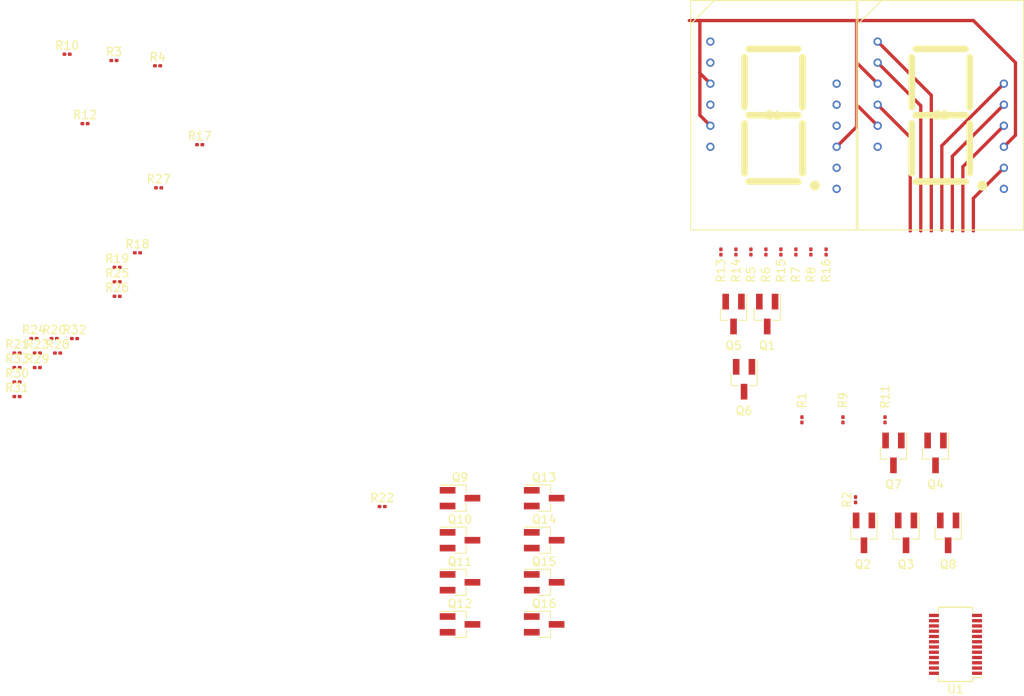
<source format=kicad_pcb>
(kicad_pcb (version 20171130) (host pcbnew 5.1.10)

  (general
    (thickness 1.6)
    (drawings 0)
    (tracks 30)
    (zones 0)
    (modules 52)
    (nets 58)
  )

  (page A4)
  (layers
    (0 F.Cu signal)
    (31 B.Cu signal)
    (32 B.Adhes user)
    (33 F.Adhes user)
    (34 B.Paste user)
    (35 F.Paste user)
    (36 B.SilkS user)
    (37 F.SilkS user)
    (38 B.Mask user)
    (39 F.Mask user)
    (40 Dwgs.User user)
    (41 Cmts.User user)
    (42 Eco1.User user)
    (43 Eco2.User user)
    (44 Edge.Cuts user)
    (45 Margin user)
    (46 B.CrtYd user)
    (47 F.CrtYd user)
    (48 B.Fab user)
    (49 F.Fab user)
  )

  (setup
    (last_trace_width 0.25)
    (user_trace_width 0.4)
    (trace_clearance 0.2)
    (zone_clearance 0.508)
    (zone_45_only no)
    (trace_min 0.2)
    (via_size 0.8)
    (via_drill 0.4)
    (via_min_size 0.4)
    (via_min_drill 0.3)
    (uvia_size 0.3)
    (uvia_drill 0.1)
    (uvias_allowed no)
    (uvia_min_size 0.2)
    (uvia_min_drill 0.1)
    (edge_width 0.05)
    (segment_width 0.2)
    (pcb_text_width 0.3)
    (pcb_text_size 1.5 1.5)
    (mod_edge_width 0.12)
    (mod_text_size 1 1)
    (mod_text_width 0.15)
    (pad_size 1.524 1.524)
    (pad_drill 0.762)
    (pad_to_mask_clearance 0)
    (aux_axis_origin 0 0)
    (visible_elements FFFFFF7F)
    (pcbplotparams
      (layerselection 0x010fc_ffffffff)
      (usegerberextensions false)
      (usegerberattributes true)
      (usegerberadvancedattributes true)
      (creategerberjobfile true)
      (excludeedgelayer true)
      (linewidth 0.100000)
      (plotframeref false)
      (viasonmask false)
      (mode 1)
      (useauxorigin false)
      (hpglpennumber 1)
      (hpglpenspeed 20)
      (hpglpendiameter 15.000000)
      (psnegative false)
      (psa4output false)
      (plotreference true)
      (plotvalue true)
      (plotinvisibletext false)
      (padsonsilk false)
      (subtractmaskfromsilk false)
      (outputformat 1)
      (mirror false)
      (drillshape 1)
      (scaleselection 1)
      (outputdirectory ""))
  )

  (net 0 "")
  (net 1 /D1SA_G)
  (net 2 "Net-(Q1-Pad1)")
  (net 3 /D1SB_G)
  (net 4 "Net-(Q2-Pad1)")
  (net 5 /D1SC_G)
  (net 6 "Net-(Q3-Pad1)")
  (net 7 /D1SD_G)
  (net 8 "Net-(Q4-Pad1)")
  (net 9 /D1SE_G)
  (net 10 "Net-(Q5-Pad1)")
  (net 11 /D1SF_G)
  (net 12 "Net-(Q6-Pad1)")
  (net 13 /D1SG_G)
  (net 14 "Net-(Q7-Pad1)")
  (net 15 /D1SRDP_G)
  (net 16 "Net-(Q8-Pad1)")
  (net 17 /D2SA_G)
  (net 18 "Net-(Q9-Pad1)")
  (net 19 /D2SB_G)
  (net 20 "Net-(Q10-Pad1)")
  (net 21 /D2SE_G)
  (net 22 "Net-(Q11-Pad1)")
  (net 23 "Net-(Q12-Pad1)")
  (net 24 "Net-(Q13-Pad1)")
  (net 25 /D2SF_G)
  (net 26 "Net-(Q14-Pad1)")
  (net 27 /D2SG_G)
  (net 28 "Net-(Q15-Pad1)")
  (net 29 /D2SRDP_G)
  (net 30 "Net-(Q16-Pad1)")
  (net 31 GND)
  (net 32 /D1SA)
  (net 33 /D1SB)
  (net 34 /D1SC)
  (net 35 /D1SD)
  (net 36 /D1SE)
  (net 37 /D1SF)
  (net 38 /D1SG)
  (net 39 /D1SRDP)
  (net 40 /D2SA)
  (net 41 /D2SB)
  (net 42 /D2SE)
  (net 43 /D2SF)
  (net 44 /D2SG)
  (net 45 /D2SRDP)
  (net 46 "Net-(R33-Pad1)")
  (net 47 /VCC5)
  (net 48 "Net-(S1-Pad6)")
  (net 49 /D2SC)
  (net 50 /D2SD)
  (net 51 "Net-(S2-Pad6)")
  (net 52 /SOUT)
  (net 53 /D2SD_G)
  (net 54 /D2SC_G)
  (net 55 /LAT)
  (net 56 /SCLK)
  (net 57 /SIN)

  (net_class Default "This is the default net class."
    (clearance 0.2)
    (trace_width 0.25)
    (via_dia 0.8)
    (via_drill 0.4)
    (uvia_dia 0.3)
    (uvia_drill 0.1)
    (add_net /D1SA)
    (add_net /D1SA_G)
    (add_net /D1SB)
    (add_net /D1SB_G)
    (add_net /D1SC)
    (add_net /D1SC_G)
    (add_net /D1SD)
    (add_net /D1SD_G)
    (add_net /D1SE)
    (add_net /D1SE_G)
    (add_net /D1SF)
    (add_net /D1SF_G)
    (add_net /D1SG)
    (add_net /D1SG_G)
    (add_net /D1SRDP)
    (add_net /D1SRDP_G)
    (add_net /D2SA)
    (add_net /D2SA_G)
    (add_net /D2SB)
    (add_net /D2SB_G)
    (add_net /D2SC)
    (add_net /D2SC_G)
    (add_net /D2SD)
    (add_net /D2SD_G)
    (add_net /D2SE)
    (add_net /D2SE_G)
    (add_net /D2SF)
    (add_net /D2SF_G)
    (add_net /D2SG)
    (add_net /D2SG_G)
    (add_net /D2SRDP)
    (add_net /D2SRDP_G)
    (add_net /LAT)
    (add_net /SCLK)
    (add_net /SIN)
    (add_net /SOUT)
    (add_net /VCC5)
    (add_net GND)
    (add_net "Net-(Q1-Pad1)")
    (add_net "Net-(Q10-Pad1)")
    (add_net "Net-(Q11-Pad1)")
    (add_net "Net-(Q12-Pad1)")
    (add_net "Net-(Q13-Pad1)")
    (add_net "Net-(Q14-Pad1)")
    (add_net "Net-(Q15-Pad1)")
    (add_net "Net-(Q16-Pad1)")
    (add_net "Net-(Q2-Pad1)")
    (add_net "Net-(Q3-Pad1)")
    (add_net "Net-(Q4-Pad1)")
    (add_net "Net-(Q5-Pad1)")
    (add_net "Net-(Q6-Pad1)")
    (add_net "Net-(Q7-Pad1)")
    (add_net "Net-(Q8-Pad1)")
    (add_net "Net-(Q9-Pad1)")
    (add_net "Net-(R33-Pad1)")
    (add_net "Net-(S1-Pad6)")
    (add_net "Net-(S2-Pad6)")
  )

  (module MyFootprints:CDSA80W2WB-1DP (layer F.Cu) (tedit 608ACDD2) (tstamp 608B90FB)
    (at 137.16 39.37)
    (path /6087911B)
    (fp_text reference S1 (at 0 0) (layer F.SilkS)
      (effects (font (size 1 1) (thickness 0.15)))
    )
    (fp_text value CDSA80W2WB-1DP (at 0 -11.5) (layer F.Fab)
      (effects (font (size 1 1) (thickness 0.15)))
    )
    (fp_line (start -10 -13.85) (end 10 -13.85) (layer F.SilkS) (width 0.12))
    (fp_line (start 10 -13.85) (end 10 13.85) (layer F.SilkS) (width 0.12))
    (fp_line (start -10 13.85) (end 10 13.85) (layer F.SilkS) (width 0.12))
    (fp_line (start -10 13.85) (end -10 -13.85) (layer F.SilkS) (width 0.12))
    (fp_line (start -3 -8) (end 3 -8) (layer F.SilkS) (width 0.8))
    (fp_line (start -3 0) (end 3 0) (layer F.SilkS) (width 0.8))
    (fp_line (start -3 8) (end 3 8) (layer F.SilkS) (width 0.8))
    (fp_line (start -3.5 7) (end -3.5 1) (layer F.SilkS) (width 0.8))
    (fp_line (start 3.5 7) (end 3.5 1) (layer F.SilkS) (width 0.8))
    (fp_line (start 3.5 -1) (end 3.5 -7) (layer F.SilkS) (width 0.8))
    (fp_line (start -3.5 -1) (end -3.5 -7) (layer F.SilkS) (width 0.8))
    (fp_circle (center 5 8.5) (end 5.3 8.5) (layer F.SilkS) (width 0.6))
    (fp_line (start -10 -11) (end -7.2 -13.8) (layer F.SilkS) (width 0.12))
    (pad 12 thru_hole circle (at 7.62 -3.81) (size 1 1) (drill 0.6) (layers *.Cu *.Mask)
      (net 33 /D1SB))
    (pad 11 thru_hole circle (at 7.62 -1.27) (size 1 1) (drill 0.6) (layers *.Cu *.Mask)
      (net 38 /D1SG))
    (pad 10 thru_hole circle (at 7.62 1.27) (size 1 1) (drill 0.6) (layers *.Cu *.Mask)
      (net 34 /D1SC))
    (pad 9 thru_hole circle (at 7.62 3.81) (size 1 1) (drill 0.6) (layers *.Cu *.Mask)
      (net 47 /VCC5))
    (pad 8 thru_hole circle (at 7.62 6.35) (size 1 1) (drill 0.6) (layers *.Cu *.Mask)
      (net 35 /D1SD))
    (pad 7 thru_hole circle (at 7.62 8.89) (size 1 1) (drill 0.6) (layers *.Cu *.Mask)
      (net 39 /D1SRDP))
    (pad 6 thru_hole circle (at -7.62 3.81) (size 1 1) (drill 0.6) (layers *.Cu *.Mask)
      (net 48 "Net-(S1-Pad6)"))
    (pad 5 thru_hole circle (at -7.62 1.27) (size 1 1) (drill 0.6) (layers *.Cu *.Mask)
      (net 47 /VCC5))
    (pad 4 thru_hole circle (at -7.62 -1.27) (size 1 1) (drill 0.6) (layers *.Cu *.Mask)
      (net 36 /D1SE))
    (pad 3 thru_hole circle (at -7.62 -3.81) (size 1 1) (drill 0.6) (layers *.Cu *.Mask)
      (net 47 /VCC5))
    (pad 2 thru_hole circle (at -7.62 -6.35) (size 1 1) (drill 0.6) (layers *.Cu *.Mask)
      (net 37 /D1SF))
    (pad 1 thru_hole circle (at -7.62 -8.89) (size 1 1) (drill 0.6) (layers *.Cu *.Mask)
      (net 32 /D1SA))
  )

  (module Package_TO_SOT_SMD:SOT-23_Handsoldering (layer F.Cu) (tedit 5A0AB76C) (tstamp 608B3548)
    (at 109.474 100.838)
    (descr "SOT-23, Handsoldering")
    (tags SOT-23)
    (path /60A73F46)
    (attr smd)
    (fp_text reference Q16 (at 0 -2.5) (layer F.SilkS)
      (effects (font (size 1 1) (thickness 0.15)))
    )
    (fp_text value Q_NMOS_DGS (at 0 2.5) (layer F.Fab) hide
      (effects (font (size 1 1) (thickness 0.15)))
    )
    (fp_text user %R (at 0 0 90) (layer F.Fab)
      (effects (font (size 0.5 0.5) (thickness 0.075)))
    )
    (fp_line (start 0.76 1.58) (end 0.76 0.65) (layer F.SilkS) (width 0.12))
    (fp_line (start 0.76 -1.58) (end 0.76 -0.65) (layer F.SilkS) (width 0.12))
    (fp_line (start -2.7 -1.75) (end 2.7 -1.75) (layer F.CrtYd) (width 0.05))
    (fp_line (start 2.7 -1.75) (end 2.7 1.75) (layer F.CrtYd) (width 0.05))
    (fp_line (start 2.7 1.75) (end -2.7 1.75) (layer F.CrtYd) (width 0.05))
    (fp_line (start -2.7 1.75) (end -2.7 -1.75) (layer F.CrtYd) (width 0.05))
    (fp_line (start 0.76 -1.58) (end -2.4 -1.58) (layer F.SilkS) (width 0.12))
    (fp_line (start -0.7 -0.95) (end -0.7 1.5) (layer F.Fab) (width 0.1))
    (fp_line (start -0.15 -1.52) (end 0.7 -1.52) (layer F.Fab) (width 0.1))
    (fp_line (start -0.7 -0.95) (end -0.15 -1.52) (layer F.Fab) (width 0.1))
    (fp_line (start 0.7 -1.52) (end 0.7 1.52) (layer F.Fab) (width 0.1))
    (fp_line (start -0.7 1.52) (end 0.7 1.52) (layer F.Fab) (width 0.1))
    (fp_line (start 0.76 1.58) (end -0.7 1.58) (layer F.SilkS) (width 0.12))
    (pad 3 smd rect (at 1.5 0) (size 1.9 0.8) (layers F.Cu F.Paste F.Mask)
      (net 31 GND))
    (pad 2 smd rect (at -1.5 0.95) (size 1.9 0.8) (layers F.Cu F.Paste F.Mask)
      (net 29 /D2SRDP_G))
    (pad 1 smd rect (at -1.5 -0.95) (size 1.9 0.8) (layers F.Cu F.Paste F.Mask)
      (net 30 "Net-(Q16-Pad1)"))
    (model ${KISYS3DMOD}/Package_TO_SOT_SMD.3dshapes/SOT-23.wrl
      (at (xyz 0 0 0))
      (scale (xyz 1 1 1))
      (rotate (xyz 0 0 0))
    )
  )

  (module Package_TO_SOT_SMD:SOT-23_Handsoldering (layer F.Cu) (tedit 5A0AB76C) (tstamp 608B4CCB)
    (at 109.474 95.758)
    (descr "SOT-23, Handsoldering")
    (tags SOT-23)
    (path /60A73F20)
    (attr smd)
    (fp_text reference Q15 (at 0 -2.5) (layer F.SilkS)
      (effects (font (size 1 1) (thickness 0.15)))
    )
    (fp_text value Q_NMOS_DGS (at 0 2.5) (layer F.Fab) hide
      (effects (font (size 1 1) (thickness 0.15)))
    )
    (fp_text user %R (at 0 0 90) (layer F.Fab)
      (effects (font (size 0.5 0.5) (thickness 0.075)))
    )
    (fp_line (start 0.76 1.58) (end 0.76 0.65) (layer F.SilkS) (width 0.12))
    (fp_line (start 0.76 -1.58) (end 0.76 -0.65) (layer F.SilkS) (width 0.12))
    (fp_line (start -2.7 -1.75) (end 2.7 -1.75) (layer F.CrtYd) (width 0.05))
    (fp_line (start 2.7 -1.75) (end 2.7 1.75) (layer F.CrtYd) (width 0.05))
    (fp_line (start 2.7 1.75) (end -2.7 1.75) (layer F.CrtYd) (width 0.05))
    (fp_line (start -2.7 1.75) (end -2.7 -1.75) (layer F.CrtYd) (width 0.05))
    (fp_line (start 0.76 -1.58) (end -2.4 -1.58) (layer F.SilkS) (width 0.12))
    (fp_line (start -0.7 -0.95) (end -0.7 1.5) (layer F.Fab) (width 0.1))
    (fp_line (start -0.15 -1.52) (end 0.7 -1.52) (layer F.Fab) (width 0.1))
    (fp_line (start -0.7 -0.95) (end -0.15 -1.52) (layer F.Fab) (width 0.1))
    (fp_line (start 0.7 -1.52) (end 0.7 1.52) (layer F.Fab) (width 0.1))
    (fp_line (start -0.7 1.52) (end 0.7 1.52) (layer F.Fab) (width 0.1))
    (fp_line (start 0.76 1.58) (end -0.7 1.58) (layer F.SilkS) (width 0.12))
    (pad 3 smd rect (at 1.5 0) (size 1.9 0.8) (layers F.Cu F.Paste F.Mask)
      (net 31 GND))
    (pad 2 smd rect (at -1.5 0.95) (size 1.9 0.8) (layers F.Cu F.Paste F.Mask)
      (net 27 /D2SG_G))
    (pad 1 smd rect (at -1.5 -0.95) (size 1.9 0.8) (layers F.Cu F.Paste F.Mask)
      (net 28 "Net-(Q15-Pad1)"))
    (model ${KISYS3DMOD}/Package_TO_SOT_SMD.3dshapes/SOT-23.wrl
      (at (xyz 0 0 0))
      (scale (xyz 1 1 1))
      (rotate (xyz 0 0 0))
    )
  )

  (module Package_TO_SOT_SMD:SOT-23_Handsoldering (layer F.Cu) (tedit 5A0AB76C) (tstamp 608B4C8F)
    (at 109.474 90.678)
    (descr "SOT-23, Handsoldering")
    (tags SOT-23)
    (path /60A73EFA)
    (attr smd)
    (fp_text reference Q14 (at 0 -2.5) (layer F.SilkS)
      (effects (font (size 1 1) (thickness 0.15)))
    )
    (fp_text value Q_NMOS_DGS (at 0 2.5) (layer F.Fab) hide
      (effects (font (size 1 1) (thickness 0.15)))
    )
    (fp_text user %R (at 0 0 90) (layer F.Fab)
      (effects (font (size 0.5 0.5) (thickness 0.075)))
    )
    (fp_line (start 0.76 1.58) (end 0.76 0.65) (layer F.SilkS) (width 0.12))
    (fp_line (start 0.76 -1.58) (end 0.76 -0.65) (layer F.SilkS) (width 0.12))
    (fp_line (start -2.7 -1.75) (end 2.7 -1.75) (layer F.CrtYd) (width 0.05))
    (fp_line (start 2.7 -1.75) (end 2.7 1.75) (layer F.CrtYd) (width 0.05))
    (fp_line (start 2.7 1.75) (end -2.7 1.75) (layer F.CrtYd) (width 0.05))
    (fp_line (start -2.7 1.75) (end -2.7 -1.75) (layer F.CrtYd) (width 0.05))
    (fp_line (start 0.76 -1.58) (end -2.4 -1.58) (layer F.SilkS) (width 0.12))
    (fp_line (start -0.7 -0.95) (end -0.7 1.5) (layer F.Fab) (width 0.1))
    (fp_line (start -0.15 -1.52) (end 0.7 -1.52) (layer F.Fab) (width 0.1))
    (fp_line (start -0.7 -0.95) (end -0.15 -1.52) (layer F.Fab) (width 0.1))
    (fp_line (start 0.7 -1.52) (end 0.7 1.52) (layer F.Fab) (width 0.1))
    (fp_line (start -0.7 1.52) (end 0.7 1.52) (layer F.Fab) (width 0.1))
    (fp_line (start 0.76 1.58) (end -0.7 1.58) (layer F.SilkS) (width 0.12))
    (pad 3 smd rect (at 1.5 0) (size 1.9 0.8) (layers F.Cu F.Paste F.Mask)
      (net 31 GND))
    (pad 2 smd rect (at -1.5 0.95) (size 1.9 0.8) (layers F.Cu F.Paste F.Mask)
      (net 25 /D2SF_G))
    (pad 1 smd rect (at -1.5 -0.95) (size 1.9 0.8) (layers F.Cu F.Paste F.Mask)
      (net 26 "Net-(Q14-Pad1)"))
    (model ${KISYS3DMOD}/Package_TO_SOT_SMD.3dshapes/SOT-23.wrl
      (at (xyz 0 0 0))
      (scale (xyz 1 1 1))
      (rotate (xyz 0 0 0))
    )
  )

  (module Package_TO_SOT_SMD:SOT-23_Handsoldering (layer F.Cu) (tedit 5A0AB76C) (tstamp 608B3500)
    (at 109.474 85.598)
    (descr "SOT-23, Handsoldering")
    (tags SOT-23)
    (path /60A73ED4)
    (attr smd)
    (fp_text reference Q13 (at 0 -2.5) (layer F.SilkS)
      (effects (font (size 1 1) (thickness 0.15)))
    )
    (fp_text value Q_NMOS_DGS (at 0 2.5) (layer F.Fab) hide
      (effects (font (size 1 1) (thickness 0.15)))
    )
    (fp_text user %R (at 0 0 90) (layer F.Fab)
      (effects (font (size 0.5 0.5) (thickness 0.075)))
    )
    (fp_line (start 0.76 1.58) (end 0.76 0.65) (layer F.SilkS) (width 0.12))
    (fp_line (start 0.76 -1.58) (end 0.76 -0.65) (layer F.SilkS) (width 0.12))
    (fp_line (start -2.7 -1.75) (end 2.7 -1.75) (layer F.CrtYd) (width 0.05))
    (fp_line (start 2.7 -1.75) (end 2.7 1.75) (layer F.CrtYd) (width 0.05))
    (fp_line (start 2.7 1.75) (end -2.7 1.75) (layer F.CrtYd) (width 0.05))
    (fp_line (start -2.7 1.75) (end -2.7 -1.75) (layer F.CrtYd) (width 0.05))
    (fp_line (start 0.76 -1.58) (end -2.4 -1.58) (layer F.SilkS) (width 0.12))
    (fp_line (start -0.7 -0.95) (end -0.7 1.5) (layer F.Fab) (width 0.1))
    (fp_line (start -0.15 -1.52) (end 0.7 -1.52) (layer F.Fab) (width 0.1))
    (fp_line (start -0.7 -0.95) (end -0.15 -1.52) (layer F.Fab) (width 0.1))
    (fp_line (start 0.7 -1.52) (end 0.7 1.52) (layer F.Fab) (width 0.1))
    (fp_line (start -0.7 1.52) (end 0.7 1.52) (layer F.Fab) (width 0.1))
    (fp_line (start 0.76 1.58) (end -0.7 1.58) (layer F.SilkS) (width 0.12))
    (pad 3 smd rect (at 1.5 0) (size 1.9 0.8) (layers F.Cu F.Paste F.Mask)
      (net 31 GND))
    (pad 2 smd rect (at -1.5 0.95) (size 1.9 0.8) (layers F.Cu F.Paste F.Mask)
      (net 21 /D2SE_G))
    (pad 1 smd rect (at -1.5 -0.95) (size 1.9 0.8) (layers F.Cu F.Paste F.Mask)
      (net 24 "Net-(Q13-Pad1)"))
    (model ${KISYS3DMOD}/Package_TO_SOT_SMD.3dshapes/SOT-23.wrl
      (at (xyz 0 0 0))
      (scale (xyz 1 1 1))
      (rotate (xyz 0 0 0))
    )
  )

  (module Package_TO_SOT_SMD:SOT-23_Handsoldering (layer F.Cu) (tedit 5A0AB76C) (tstamp 608B34E8)
    (at 99.314 100.838)
    (descr "SOT-23, Handsoldering")
    (tags SOT-23)
    (path /6094C814)
    (attr smd)
    (fp_text reference Q12 (at 0 -2.5) (layer F.SilkS)
      (effects (font (size 1 1) (thickness 0.15)))
    )
    (fp_text value Q_NMOS_DGS (at 0 2.5) (layer F.Fab) hide
      (effects (font (size 1 1) (thickness 0.15)))
    )
    (fp_text user %R (at 0 0 90) (layer F.Fab)
      (effects (font (size 0.5 0.5) (thickness 0.075)))
    )
    (fp_line (start 0.76 1.58) (end 0.76 0.65) (layer F.SilkS) (width 0.12))
    (fp_line (start 0.76 -1.58) (end 0.76 -0.65) (layer F.SilkS) (width 0.12))
    (fp_line (start -2.7 -1.75) (end 2.7 -1.75) (layer F.CrtYd) (width 0.05))
    (fp_line (start 2.7 -1.75) (end 2.7 1.75) (layer F.CrtYd) (width 0.05))
    (fp_line (start 2.7 1.75) (end -2.7 1.75) (layer F.CrtYd) (width 0.05))
    (fp_line (start -2.7 1.75) (end -2.7 -1.75) (layer F.CrtYd) (width 0.05))
    (fp_line (start 0.76 -1.58) (end -2.4 -1.58) (layer F.SilkS) (width 0.12))
    (fp_line (start -0.7 -0.95) (end -0.7 1.5) (layer F.Fab) (width 0.1))
    (fp_line (start -0.15 -1.52) (end 0.7 -1.52) (layer F.Fab) (width 0.1))
    (fp_line (start -0.7 -0.95) (end -0.15 -1.52) (layer F.Fab) (width 0.1))
    (fp_line (start 0.7 -1.52) (end 0.7 1.52) (layer F.Fab) (width 0.1))
    (fp_line (start -0.7 1.52) (end 0.7 1.52) (layer F.Fab) (width 0.1))
    (fp_line (start 0.76 1.58) (end -0.7 1.58) (layer F.SilkS) (width 0.12))
    (pad 3 smd rect (at 1.5 0) (size 1.9 0.8) (layers F.Cu F.Paste F.Mask)
      (net 31 GND))
    (pad 2 smd rect (at -1.5 0.95) (size 1.9 0.8) (layers F.Cu F.Paste F.Mask)
      (net 21 /D2SE_G))
    (pad 1 smd rect (at -1.5 -0.95) (size 1.9 0.8) (layers F.Cu F.Paste F.Mask)
      (net 23 "Net-(Q12-Pad1)"))
    (model ${KISYS3DMOD}/Package_TO_SOT_SMD.3dshapes/SOT-23.wrl
      (at (xyz 0 0 0))
      (scale (xyz 1 1 1))
      (rotate (xyz 0 0 0))
    )
  )

  (module Package_TO_SOT_SMD:SOT-23_Handsoldering (layer F.Cu) (tedit 5A0AB76C) (tstamp 608B34D0)
    (at 99.314 95.758)
    (descr "SOT-23, Handsoldering")
    (tags SOT-23)
    (path /6094C7C8)
    (attr smd)
    (fp_text reference Q11 (at 0 -2.5) (layer F.SilkS)
      (effects (font (size 1 1) (thickness 0.15)))
    )
    (fp_text value Q_NMOS_DGS (at 0 2.5) (layer F.Fab) hide
      (effects (font (size 1 1) (thickness 0.15)))
    )
    (fp_text user %R (at 0 0 90) (layer F.Fab)
      (effects (font (size 0.5 0.5) (thickness 0.075)))
    )
    (fp_line (start 0.76 1.58) (end 0.76 0.65) (layer F.SilkS) (width 0.12))
    (fp_line (start 0.76 -1.58) (end 0.76 -0.65) (layer F.SilkS) (width 0.12))
    (fp_line (start -2.7 -1.75) (end 2.7 -1.75) (layer F.CrtYd) (width 0.05))
    (fp_line (start 2.7 -1.75) (end 2.7 1.75) (layer F.CrtYd) (width 0.05))
    (fp_line (start 2.7 1.75) (end -2.7 1.75) (layer F.CrtYd) (width 0.05))
    (fp_line (start -2.7 1.75) (end -2.7 -1.75) (layer F.CrtYd) (width 0.05))
    (fp_line (start 0.76 -1.58) (end -2.4 -1.58) (layer F.SilkS) (width 0.12))
    (fp_line (start -0.7 -0.95) (end -0.7 1.5) (layer F.Fab) (width 0.1))
    (fp_line (start -0.15 -1.52) (end 0.7 -1.52) (layer F.Fab) (width 0.1))
    (fp_line (start -0.7 -0.95) (end -0.15 -1.52) (layer F.Fab) (width 0.1))
    (fp_line (start 0.7 -1.52) (end 0.7 1.52) (layer F.Fab) (width 0.1))
    (fp_line (start -0.7 1.52) (end 0.7 1.52) (layer F.Fab) (width 0.1))
    (fp_line (start 0.76 1.58) (end -0.7 1.58) (layer F.SilkS) (width 0.12))
    (pad 3 smd rect (at 1.5 0) (size 1.9 0.8) (layers F.Cu F.Paste F.Mask)
      (net 31 GND))
    (pad 2 smd rect (at -1.5 0.95) (size 1.9 0.8) (layers F.Cu F.Paste F.Mask)
      (net 21 /D2SE_G))
    (pad 1 smd rect (at -1.5 -0.95) (size 1.9 0.8) (layers F.Cu F.Paste F.Mask)
      (net 22 "Net-(Q11-Pad1)"))
    (model ${KISYS3DMOD}/Package_TO_SOT_SMD.3dshapes/SOT-23.wrl
      (at (xyz 0 0 0))
      (scale (xyz 1 1 1))
      (rotate (xyz 0 0 0))
    )
  )

  (module Package_TO_SOT_SMD:SOT-23_Handsoldering (layer F.Cu) (tedit 5A0AB76C) (tstamp 608B34B8)
    (at 99.314 90.678)
    (descr "SOT-23, Handsoldering")
    (tags SOT-23)
    (path /6091B0B7)
    (attr smd)
    (fp_text reference Q10 (at 0 -2.5) (layer F.SilkS)
      (effects (font (size 1 1) (thickness 0.15)))
    )
    (fp_text value Q_NMOS_DGS (at 0 2.5) (layer F.Fab) hide
      (effects (font (size 1 1) (thickness 0.15)))
    )
    (fp_text user %R (at 0 0 90) (layer F.Fab)
      (effects (font (size 0.5 0.5) (thickness 0.075)))
    )
    (fp_line (start 0.76 1.58) (end 0.76 0.65) (layer F.SilkS) (width 0.12))
    (fp_line (start 0.76 -1.58) (end 0.76 -0.65) (layer F.SilkS) (width 0.12))
    (fp_line (start -2.7 -1.75) (end 2.7 -1.75) (layer F.CrtYd) (width 0.05))
    (fp_line (start 2.7 -1.75) (end 2.7 1.75) (layer F.CrtYd) (width 0.05))
    (fp_line (start 2.7 1.75) (end -2.7 1.75) (layer F.CrtYd) (width 0.05))
    (fp_line (start -2.7 1.75) (end -2.7 -1.75) (layer F.CrtYd) (width 0.05))
    (fp_line (start 0.76 -1.58) (end -2.4 -1.58) (layer F.SilkS) (width 0.12))
    (fp_line (start -0.7 -0.95) (end -0.7 1.5) (layer F.Fab) (width 0.1))
    (fp_line (start -0.15 -1.52) (end 0.7 -1.52) (layer F.Fab) (width 0.1))
    (fp_line (start -0.7 -0.95) (end -0.15 -1.52) (layer F.Fab) (width 0.1))
    (fp_line (start 0.7 -1.52) (end 0.7 1.52) (layer F.Fab) (width 0.1))
    (fp_line (start -0.7 1.52) (end 0.7 1.52) (layer F.Fab) (width 0.1))
    (fp_line (start 0.76 1.58) (end -0.7 1.58) (layer F.SilkS) (width 0.12))
    (pad 3 smd rect (at 1.5 0) (size 1.9 0.8) (layers F.Cu F.Paste F.Mask)
      (net 31 GND))
    (pad 2 smd rect (at -1.5 0.95) (size 1.9 0.8) (layers F.Cu F.Paste F.Mask)
      (net 19 /D2SB_G))
    (pad 1 smd rect (at -1.5 -0.95) (size 1.9 0.8) (layers F.Cu F.Paste F.Mask)
      (net 20 "Net-(Q10-Pad1)"))
    (model ${KISYS3DMOD}/Package_TO_SOT_SMD.3dshapes/SOT-23.wrl
      (at (xyz 0 0 0))
      (scale (xyz 1 1 1))
      (rotate (xyz 0 0 0))
    )
  )

  (module Package_TO_SOT_SMD:SOT-23_Handsoldering (layer F.Cu) (tedit 5A0AB76C) (tstamp 608B4D07)
    (at 99.314 85.598)
    (descr "SOT-23, Handsoldering")
    (tags SOT-23)
    (path /6090EB66)
    (attr smd)
    (fp_text reference Q9 (at 0 -2.5) (layer F.SilkS)
      (effects (font (size 1 1) (thickness 0.15)))
    )
    (fp_text value Q_NMOS_DGS (at 0 2.5) (layer F.Fab) hide
      (effects (font (size 1 1) (thickness 0.15)))
    )
    (fp_text user %R (at 0 0 90) (layer F.Fab)
      (effects (font (size 0.5 0.5) (thickness 0.075)))
    )
    (fp_line (start 0.76 1.58) (end 0.76 0.65) (layer F.SilkS) (width 0.12))
    (fp_line (start 0.76 -1.58) (end 0.76 -0.65) (layer F.SilkS) (width 0.12))
    (fp_line (start -2.7 -1.75) (end 2.7 -1.75) (layer F.CrtYd) (width 0.05))
    (fp_line (start 2.7 -1.75) (end 2.7 1.75) (layer F.CrtYd) (width 0.05))
    (fp_line (start 2.7 1.75) (end -2.7 1.75) (layer F.CrtYd) (width 0.05))
    (fp_line (start -2.7 1.75) (end -2.7 -1.75) (layer F.CrtYd) (width 0.05))
    (fp_line (start 0.76 -1.58) (end -2.4 -1.58) (layer F.SilkS) (width 0.12))
    (fp_line (start -0.7 -0.95) (end -0.7 1.5) (layer F.Fab) (width 0.1))
    (fp_line (start -0.15 -1.52) (end 0.7 -1.52) (layer F.Fab) (width 0.1))
    (fp_line (start -0.7 -0.95) (end -0.15 -1.52) (layer F.Fab) (width 0.1))
    (fp_line (start 0.7 -1.52) (end 0.7 1.52) (layer F.Fab) (width 0.1))
    (fp_line (start -0.7 1.52) (end 0.7 1.52) (layer F.Fab) (width 0.1))
    (fp_line (start 0.76 1.58) (end -0.7 1.58) (layer F.SilkS) (width 0.12))
    (pad 3 smd rect (at 1.5 0) (size 1.9 0.8) (layers F.Cu F.Paste F.Mask)
      (net 31 GND))
    (pad 2 smd rect (at -1.5 0.95) (size 1.9 0.8) (layers F.Cu F.Paste F.Mask)
      (net 17 /D2SA_G))
    (pad 1 smd rect (at -1.5 -0.95) (size 1.9 0.8) (layers F.Cu F.Paste F.Mask)
      (net 18 "Net-(Q9-Pad1)"))
    (model ${KISYS3DMOD}/Package_TO_SOT_SMD.3dshapes/SOT-23.wrl
      (at (xyz 0 0 0))
      (scale (xyz 1 1 1))
      (rotate (xyz 0 0 0))
    )
  )

  (module Package_TO_SOT_SMD:SOT-23_Handsoldering (layer F.Cu) (tedit 5A0AB76C) (tstamp 608B3488)
    (at 158.242 89.789 270)
    (descr "SOT-23, Handsoldering")
    (tags SOT-23)
    (path /60A2B09E)
    (attr smd)
    (fp_text reference Q8 (at 3.81 0 180) (layer F.SilkS)
      (effects (font (size 1 1) (thickness 0.15)))
    )
    (fp_text value Q_NMOS_DGS (at 0 2.5 90) (layer F.Fab) hide
      (effects (font (size 1 1) (thickness 0.15)))
    )
    (fp_text user %R (at 0 0) (layer F.Fab)
      (effects (font (size 0.5 0.5) (thickness 0.075)))
    )
    (fp_line (start 0.76 1.58) (end 0.76 0.65) (layer F.SilkS) (width 0.12))
    (fp_line (start 0.76 -1.58) (end 0.76 -0.65) (layer F.SilkS) (width 0.12))
    (fp_line (start -2.7 -1.75) (end 2.7 -1.75) (layer F.CrtYd) (width 0.05))
    (fp_line (start 2.7 -1.75) (end 2.7 1.75) (layer F.CrtYd) (width 0.05))
    (fp_line (start 2.7 1.75) (end -2.7 1.75) (layer F.CrtYd) (width 0.05))
    (fp_line (start -2.7 1.75) (end -2.7 -1.75) (layer F.CrtYd) (width 0.05))
    (fp_line (start 0.76 -1.58) (end -2.4 -1.58) (layer F.SilkS) (width 0.12))
    (fp_line (start -0.7 -0.95) (end -0.7 1.5) (layer F.Fab) (width 0.1))
    (fp_line (start -0.15 -1.52) (end 0.7 -1.52) (layer F.Fab) (width 0.1))
    (fp_line (start -0.7 -0.95) (end -0.15 -1.52) (layer F.Fab) (width 0.1))
    (fp_line (start 0.7 -1.52) (end 0.7 1.52) (layer F.Fab) (width 0.1))
    (fp_line (start -0.7 1.52) (end 0.7 1.52) (layer F.Fab) (width 0.1))
    (fp_line (start 0.76 1.58) (end -0.7 1.58) (layer F.SilkS) (width 0.12))
    (pad 3 smd rect (at 1.5 0 270) (size 1.9 0.8) (layers F.Cu F.Paste F.Mask)
      (net 31 GND))
    (pad 2 smd rect (at -1.5 0.95 270) (size 1.9 0.8) (layers F.Cu F.Paste F.Mask)
      (net 15 /D1SRDP_G))
    (pad 1 smd rect (at -1.5 -0.95 270) (size 1.9 0.8) (layers F.Cu F.Paste F.Mask)
      (net 16 "Net-(Q8-Pad1)"))
    (model ${KISYS3DMOD}/Package_TO_SOT_SMD.3dshapes/SOT-23.wrl
      (at (xyz 0 0 0))
      (scale (xyz 1 1 1))
      (rotate (xyz 0 0 0))
    )
  )

  (module Package_TO_SOT_SMD:SOT-23_Handsoldering (layer F.Cu) (tedit 5A0AB76C) (tstamp 608B3470)
    (at 151.638 80.137 270)
    (descr "SOT-23, Handsoldering")
    (tags SOT-23)
    (path /60A2B078)
    (attr smd)
    (fp_text reference Q7 (at 3.81 0 180) (layer F.SilkS)
      (effects (font (size 1 1) (thickness 0.15)))
    )
    (fp_text value Q_NMOS_DGS (at 0 2.5 90) (layer F.Fab) hide
      (effects (font (size 1 1) (thickness 0.15)))
    )
    (fp_text user %R (at 0 0) (layer F.Fab)
      (effects (font (size 0.5 0.5) (thickness 0.075)))
    )
    (fp_line (start 0.76 1.58) (end 0.76 0.65) (layer F.SilkS) (width 0.12))
    (fp_line (start 0.76 -1.58) (end 0.76 -0.65) (layer F.SilkS) (width 0.12))
    (fp_line (start -2.7 -1.75) (end 2.7 -1.75) (layer F.CrtYd) (width 0.05))
    (fp_line (start 2.7 -1.75) (end 2.7 1.75) (layer F.CrtYd) (width 0.05))
    (fp_line (start 2.7 1.75) (end -2.7 1.75) (layer F.CrtYd) (width 0.05))
    (fp_line (start -2.7 1.75) (end -2.7 -1.75) (layer F.CrtYd) (width 0.05))
    (fp_line (start 0.76 -1.58) (end -2.4 -1.58) (layer F.SilkS) (width 0.12))
    (fp_line (start -0.7 -0.95) (end -0.7 1.5) (layer F.Fab) (width 0.1))
    (fp_line (start -0.15 -1.52) (end 0.7 -1.52) (layer F.Fab) (width 0.1))
    (fp_line (start -0.7 -0.95) (end -0.15 -1.52) (layer F.Fab) (width 0.1))
    (fp_line (start 0.7 -1.52) (end 0.7 1.52) (layer F.Fab) (width 0.1))
    (fp_line (start -0.7 1.52) (end 0.7 1.52) (layer F.Fab) (width 0.1))
    (fp_line (start 0.76 1.58) (end -0.7 1.58) (layer F.SilkS) (width 0.12))
    (pad 3 smd rect (at 1.5 0 270) (size 1.9 0.8) (layers F.Cu F.Paste F.Mask)
      (net 31 GND))
    (pad 2 smd rect (at -1.5 0.95 270) (size 1.9 0.8) (layers F.Cu F.Paste F.Mask)
      (net 13 /D1SG_G))
    (pad 1 smd rect (at -1.5 -0.95 270) (size 1.9 0.8) (layers F.Cu F.Paste F.Mask)
      (net 14 "Net-(Q7-Pad1)"))
    (model ${KISYS3DMOD}/Package_TO_SOT_SMD.3dshapes/SOT-23.wrl
      (at (xyz 0 0 0))
      (scale (xyz 1 1 1))
      (rotate (xyz 0 0 0))
    )
  )

  (module Package_TO_SOT_SMD:SOT-23_Handsoldering (layer F.Cu) (tedit 5A0AB76C) (tstamp 608C4686)
    (at 133.604 71.247 270)
    (descr "SOT-23, Handsoldering")
    (tags SOT-23)
    (path /60A2B052)
    (attr smd)
    (fp_text reference Q6 (at 3.81 0 180) (layer F.SilkS)
      (effects (font (size 1 1) (thickness 0.15)))
    )
    (fp_text value Q_NMOS_DGS (at 0 2.5 90) (layer F.Fab) hide
      (effects (font (size 1 1) (thickness 0.15)))
    )
    (fp_text user %R (at 0 0) (layer F.Fab)
      (effects (font (size 0.5 0.5) (thickness 0.075)))
    )
    (fp_line (start 0.76 1.58) (end 0.76 0.65) (layer F.SilkS) (width 0.12))
    (fp_line (start 0.76 -1.58) (end 0.76 -0.65) (layer F.SilkS) (width 0.12))
    (fp_line (start -2.7 -1.75) (end 2.7 -1.75) (layer F.CrtYd) (width 0.05))
    (fp_line (start 2.7 -1.75) (end 2.7 1.75) (layer F.CrtYd) (width 0.05))
    (fp_line (start 2.7 1.75) (end -2.7 1.75) (layer F.CrtYd) (width 0.05))
    (fp_line (start -2.7 1.75) (end -2.7 -1.75) (layer F.CrtYd) (width 0.05))
    (fp_line (start 0.76 -1.58) (end -2.4 -1.58) (layer F.SilkS) (width 0.12))
    (fp_line (start -0.7 -0.95) (end -0.7 1.5) (layer F.Fab) (width 0.1))
    (fp_line (start -0.15 -1.52) (end 0.7 -1.52) (layer F.Fab) (width 0.1))
    (fp_line (start -0.7 -0.95) (end -0.15 -1.52) (layer F.Fab) (width 0.1))
    (fp_line (start 0.7 -1.52) (end 0.7 1.52) (layer F.Fab) (width 0.1))
    (fp_line (start -0.7 1.52) (end 0.7 1.52) (layer F.Fab) (width 0.1))
    (fp_line (start 0.76 1.58) (end -0.7 1.58) (layer F.SilkS) (width 0.12))
    (pad 3 smd rect (at 1.5 0 270) (size 1.9 0.8) (layers F.Cu F.Paste F.Mask)
      (net 31 GND))
    (pad 2 smd rect (at -1.5 0.95 270) (size 1.9 0.8) (layers F.Cu F.Paste F.Mask)
      (net 11 /D1SF_G))
    (pad 1 smd rect (at -1.5 -0.95 270) (size 1.9 0.8) (layers F.Cu F.Paste F.Mask)
      (net 12 "Net-(Q6-Pad1)"))
    (model ${KISYS3DMOD}/Package_TO_SOT_SMD.3dshapes/SOT-23.wrl
      (at (xyz 0 0 0))
      (scale (xyz 1 1 1))
      (rotate (xyz 0 0 0))
    )
  )

  (module Package_TO_SOT_SMD:SOT-23_Handsoldering (layer F.Cu) (tedit 5A0AB76C) (tstamp 608B3440)
    (at 132.334 63.373 270)
    (descr "SOT-23, Handsoldering")
    (tags SOT-23)
    (path /60A2B02C)
    (attr smd)
    (fp_text reference Q5 (at 3.81 0 180) (layer F.SilkS)
      (effects (font (size 1 1) (thickness 0.15)))
    )
    (fp_text value Q_NMOS_DGS (at 0 2.5 90) (layer F.Fab) hide
      (effects (font (size 1 1) (thickness 0.15)))
    )
    (fp_text user %R (at 0 0) (layer F.Fab)
      (effects (font (size 0.5 0.5) (thickness 0.075)))
    )
    (fp_line (start 0.76 1.58) (end 0.76 0.65) (layer F.SilkS) (width 0.12))
    (fp_line (start 0.76 -1.58) (end 0.76 -0.65) (layer F.SilkS) (width 0.12))
    (fp_line (start -2.7 -1.75) (end 2.7 -1.75) (layer F.CrtYd) (width 0.05))
    (fp_line (start 2.7 -1.75) (end 2.7 1.75) (layer F.CrtYd) (width 0.05))
    (fp_line (start 2.7 1.75) (end -2.7 1.75) (layer F.CrtYd) (width 0.05))
    (fp_line (start -2.7 1.75) (end -2.7 -1.75) (layer F.CrtYd) (width 0.05))
    (fp_line (start 0.76 -1.58) (end -2.4 -1.58) (layer F.SilkS) (width 0.12))
    (fp_line (start -0.7 -0.95) (end -0.7 1.5) (layer F.Fab) (width 0.1))
    (fp_line (start -0.15 -1.52) (end 0.7 -1.52) (layer F.Fab) (width 0.1))
    (fp_line (start -0.7 -0.95) (end -0.15 -1.52) (layer F.Fab) (width 0.1))
    (fp_line (start 0.7 -1.52) (end 0.7 1.52) (layer F.Fab) (width 0.1))
    (fp_line (start -0.7 1.52) (end 0.7 1.52) (layer F.Fab) (width 0.1))
    (fp_line (start 0.76 1.58) (end -0.7 1.58) (layer F.SilkS) (width 0.12))
    (pad 3 smd rect (at 1.5 0 270) (size 1.9 0.8) (layers F.Cu F.Paste F.Mask)
      (net 31 GND))
    (pad 2 smd rect (at -1.5 0.95 270) (size 1.9 0.8) (layers F.Cu F.Paste F.Mask)
      (net 9 /D1SE_G))
    (pad 1 smd rect (at -1.5 -0.95 270) (size 1.9 0.8) (layers F.Cu F.Paste F.Mask)
      (net 10 "Net-(Q5-Pad1)"))
    (model ${KISYS3DMOD}/Package_TO_SOT_SMD.3dshapes/SOT-23.wrl
      (at (xyz 0 0 0))
      (scale (xyz 1 1 1))
      (rotate (xyz 0 0 0))
    )
  )

  (module Package_TO_SOT_SMD:SOT-23_Handsoldering (layer F.Cu) (tedit 5A0AB76C) (tstamp 608B560D)
    (at 156.718 80.137 270)
    (descr "SOT-23, Handsoldering")
    (tags SOT-23)
    (path /6094C7EE)
    (attr smd)
    (fp_text reference Q4 (at 3.81 0 180) (layer F.SilkS)
      (effects (font (size 1 1) (thickness 0.15)))
    )
    (fp_text value Q_NMOS_DGS (at 0 2.5 90) (layer F.Fab) hide
      (effects (font (size 1 1) (thickness 0.15)))
    )
    (fp_text user %R (at 0 0) (layer F.Fab)
      (effects (font (size 0.5 0.5) (thickness 0.075)))
    )
    (fp_line (start 0.76 1.58) (end 0.76 0.65) (layer F.SilkS) (width 0.12))
    (fp_line (start 0.76 -1.58) (end 0.76 -0.65) (layer F.SilkS) (width 0.12))
    (fp_line (start -2.7 -1.75) (end 2.7 -1.75) (layer F.CrtYd) (width 0.05))
    (fp_line (start 2.7 -1.75) (end 2.7 1.75) (layer F.CrtYd) (width 0.05))
    (fp_line (start 2.7 1.75) (end -2.7 1.75) (layer F.CrtYd) (width 0.05))
    (fp_line (start -2.7 1.75) (end -2.7 -1.75) (layer F.CrtYd) (width 0.05))
    (fp_line (start 0.76 -1.58) (end -2.4 -1.58) (layer F.SilkS) (width 0.12))
    (fp_line (start -0.7 -0.95) (end -0.7 1.5) (layer F.Fab) (width 0.1))
    (fp_line (start -0.15 -1.52) (end 0.7 -1.52) (layer F.Fab) (width 0.1))
    (fp_line (start -0.7 -0.95) (end -0.15 -1.52) (layer F.Fab) (width 0.1))
    (fp_line (start 0.7 -1.52) (end 0.7 1.52) (layer F.Fab) (width 0.1))
    (fp_line (start -0.7 1.52) (end 0.7 1.52) (layer F.Fab) (width 0.1))
    (fp_line (start 0.76 1.58) (end -0.7 1.58) (layer F.SilkS) (width 0.12))
    (pad 3 smd rect (at 1.5 0 270) (size 1.9 0.8) (layers F.Cu F.Paste F.Mask)
      (net 31 GND))
    (pad 2 smd rect (at -1.5 0.95 270) (size 1.9 0.8) (layers F.Cu F.Paste F.Mask)
      (net 7 /D1SD_G))
    (pad 1 smd rect (at -1.5 -0.95 270) (size 1.9 0.8) (layers F.Cu F.Paste F.Mask)
      (net 8 "Net-(Q4-Pad1)"))
    (model ${KISYS3DMOD}/Package_TO_SOT_SMD.3dshapes/SOT-23.wrl
      (at (xyz 0 0 0))
      (scale (xyz 1 1 1))
      (rotate (xyz 0 0 0))
    )
  )

  (module Package_TO_SOT_SMD:SOT-23_Handsoldering (layer F.Cu) (tedit 5A0AB76C) (tstamp 608B55D1)
    (at 153.162 89.789 270)
    (descr "SOT-23, Handsoldering")
    (tags SOT-23)
    (path /6094C7A2)
    (attr smd)
    (fp_text reference Q3 (at 3.81 0 180) (layer F.SilkS)
      (effects (font (size 1 1) (thickness 0.15)))
    )
    (fp_text value Q_NMOS_DGS (at 0 2.5 90) (layer F.Fab) hide
      (effects (font (size 1 1) (thickness 0.15)))
    )
    (fp_text user %R (at 0 0) (layer F.Fab)
      (effects (font (size 0.5 0.5) (thickness 0.075)))
    )
    (fp_line (start 0.76 1.58) (end 0.76 0.65) (layer F.SilkS) (width 0.12))
    (fp_line (start 0.76 -1.58) (end 0.76 -0.65) (layer F.SilkS) (width 0.12))
    (fp_line (start -2.7 -1.75) (end 2.7 -1.75) (layer F.CrtYd) (width 0.05))
    (fp_line (start 2.7 -1.75) (end 2.7 1.75) (layer F.CrtYd) (width 0.05))
    (fp_line (start 2.7 1.75) (end -2.7 1.75) (layer F.CrtYd) (width 0.05))
    (fp_line (start -2.7 1.75) (end -2.7 -1.75) (layer F.CrtYd) (width 0.05))
    (fp_line (start 0.76 -1.58) (end -2.4 -1.58) (layer F.SilkS) (width 0.12))
    (fp_line (start -0.7 -0.95) (end -0.7 1.5) (layer F.Fab) (width 0.1))
    (fp_line (start -0.15 -1.52) (end 0.7 -1.52) (layer F.Fab) (width 0.1))
    (fp_line (start -0.7 -0.95) (end -0.15 -1.52) (layer F.Fab) (width 0.1))
    (fp_line (start 0.7 -1.52) (end 0.7 1.52) (layer F.Fab) (width 0.1))
    (fp_line (start -0.7 1.52) (end 0.7 1.52) (layer F.Fab) (width 0.1))
    (fp_line (start 0.76 1.58) (end -0.7 1.58) (layer F.SilkS) (width 0.12))
    (pad 3 smd rect (at 1.5 0 270) (size 1.9 0.8) (layers F.Cu F.Paste F.Mask)
      (net 31 GND))
    (pad 2 smd rect (at -1.5 0.95 270) (size 1.9 0.8) (layers F.Cu F.Paste F.Mask)
      (net 5 /D1SC_G))
    (pad 1 smd rect (at -1.5 -0.95 270) (size 1.9 0.8) (layers F.Cu F.Paste F.Mask)
      (net 6 "Net-(Q3-Pad1)"))
    (model ${KISYS3DMOD}/Package_TO_SOT_SMD.3dshapes/SOT-23.wrl
      (at (xyz 0 0 0))
      (scale (xyz 1 1 1))
      (rotate (xyz 0 0 0))
    )
  )

  (module Package_TO_SOT_SMD:SOT-23_Handsoldering (layer F.Cu) (tedit 5A0AB76C) (tstamp 608B5649)
    (at 148.082 89.789 270)
    (descr "SOT-23, Handsoldering")
    (tags SOT-23)
    (path /6091B091)
    (attr smd)
    (fp_text reference Q2 (at 3.81 0.127 180) (layer F.SilkS)
      (effects (font (size 1 1) (thickness 0.15)))
    )
    (fp_text value ee (at 0 2.5 90) (layer F.Fab) hide
      (effects (font (size 1 1) (thickness 0.15)))
    )
    (fp_text user %R (at 0 0) (layer F.Fab)
      (effects (font (size 0.5 0.5) (thickness 0.075)))
    )
    (fp_line (start 0.76 1.58) (end 0.76 0.65) (layer F.SilkS) (width 0.12))
    (fp_line (start 0.76 -1.58) (end 0.76 -0.65) (layer F.SilkS) (width 0.12))
    (fp_line (start -2.7 -1.75) (end 2.7 -1.75) (layer F.CrtYd) (width 0.05))
    (fp_line (start 2.7 -1.75) (end 2.7 1.75) (layer F.CrtYd) (width 0.05))
    (fp_line (start 2.7 1.75) (end -2.7 1.75) (layer F.CrtYd) (width 0.05))
    (fp_line (start -2.7 1.75) (end -2.7 -1.75) (layer F.CrtYd) (width 0.05))
    (fp_line (start 0.76 -1.58) (end -2.4 -1.58) (layer F.SilkS) (width 0.12))
    (fp_line (start -0.7 -0.95) (end -0.7 1.5) (layer F.Fab) (width 0.1))
    (fp_line (start -0.15 -1.52) (end 0.7 -1.52) (layer F.Fab) (width 0.1))
    (fp_line (start -0.7 -0.95) (end -0.15 -1.52) (layer F.Fab) (width 0.1))
    (fp_line (start 0.7 -1.52) (end 0.7 1.52) (layer F.Fab) (width 0.1))
    (fp_line (start -0.7 1.52) (end 0.7 1.52) (layer F.Fab) (width 0.1))
    (fp_line (start 0.76 1.58) (end -0.7 1.58) (layer F.SilkS) (width 0.12))
    (pad 3 smd rect (at 1.5 0 270) (size 1.9 0.8) (layers F.Cu F.Paste F.Mask)
      (net 31 GND))
    (pad 2 smd rect (at -1.5 0.95 270) (size 1.9 0.8) (layers F.Cu F.Paste F.Mask)
      (net 3 /D1SB_G))
    (pad 1 smd rect (at -1.5 -0.95 270) (size 1.9 0.8) (layers F.Cu F.Paste F.Mask)
      (net 4 "Net-(Q2-Pad1)"))
    (model ${KISYS3DMOD}/Package_TO_SOT_SMD.3dshapes/SOT-23.wrl
      (at (xyz 0 0 0))
      (scale (xyz 1 1 1))
      (rotate (xyz 0 0 0))
    )
  )

  (module Package_TO_SOT_SMD:SOT-23_Handsoldering (layer F.Cu) (tedit 5A0AB76C) (tstamp 608B5685)
    (at 136.398 63.373 270)
    (descr "SOT-23, Handsoldering")
    (tags SOT-23)
    (path /6088F494)
    (attr smd)
    (fp_text reference Q1 (at 3.81 0 180) (layer F.SilkS)
      (effects (font (size 1 1) (thickness 0.15)))
    )
    (fp_text value Q_NMOS_DGS (at 0 2.5 90) (layer F.Fab) hide
      (effects (font (size 1 1) (thickness 0.15)))
    )
    (fp_text user %R (at 0 0) (layer F.Fab)
      (effects (font (size 0.5 0.5) (thickness 0.075)))
    )
    (fp_line (start 0.76 1.58) (end 0.76 0.65) (layer F.SilkS) (width 0.12))
    (fp_line (start 0.76 -1.58) (end 0.76 -0.65) (layer F.SilkS) (width 0.12))
    (fp_line (start -2.7 -1.75) (end 2.7 -1.75) (layer F.CrtYd) (width 0.05))
    (fp_line (start 2.7 -1.75) (end 2.7 1.75) (layer F.CrtYd) (width 0.05))
    (fp_line (start 2.7 1.75) (end -2.7 1.75) (layer F.CrtYd) (width 0.05))
    (fp_line (start -2.7 1.75) (end -2.7 -1.75) (layer F.CrtYd) (width 0.05))
    (fp_line (start 0.76 -1.58) (end -2.4 -1.58) (layer F.SilkS) (width 0.12))
    (fp_line (start -0.7 -0.95) (end -0.7 1.5) (layer F.Fab) (width 0.1))
    (fp_line (start -0.15 -1.52) (end 0.7 -1.52) (layer F.Fab) (width 0.1))
    (fp_line (start -0.7 -0.95) (end -0.15 -1.52) (layer F.Fab) (width 0.1))
    (fp_line (start 0.7 -1.52) (end 0.7 1.52) (layer F.Fab) (width 0.1))
    (fp_line (start -0.7 1.52) (end 0.7 1.52) (layer F.Fab) (width 0.1))
    (fp_line (start 0.76 1.58) (end -0.7 1.58) (layer F.SilkS) (width 0.12))
    (pad 3 smd rect (at 1.5 0 270) (size 1.9 0.8) (layers F.Cu F.Paste F.Mask)
      (net 31 GND))
    (pad 2 smd rect (at -1.5 0.95 270) (size 1.9 0.8) (layers F.Cu F.Paste F.Mask)
      (net 1 /D1SA_G))
    (pad 1 smd rect (at -1.5 -0.95 270) (size 1.9 0.8) (layers F.Cu F.Paste F.Mask)
      (net 2 "Net-(Q1-Pad1)"))
    (model ${KISYS3DMOD}/Package_TO_SOT_SMD.3dshapes/SOT-23.wrl
      (at (xyz 0 0 0))
      (scale (xyz 1 1 1))
      (rotate (xyz 0 0 0))
    )
  )

  (module Package_SO:SSOP-24_3.9x8.7mm_P0.635mm (layer F.Cu) (tedit 5A02F25C) (tstamp 608B37E0)
    (at 159.131 103.251 180)
    (descr "SSOP24: plastic shrink small outline package; 24 leads; body width 3.9 mm; lead pitch 0.635; (see NXP SSOP-TSSOP-VSO-REFLOW.pdf and sot556-1_po.pdf)")
    (tags "SSOP 0.635")
    (path /60883AD6)
    (attr smd)
    (fp_text reference U1 (at 0 -5.4) (layer F.SilkS)
      (effects (font (size 1 1) (thickness 0.15)))
    )
    (fp_text value TLC59281DBQR (at 0 5.4) (layer F.Fab)
      (effects (font (size 1 1) (thickness 0.15)))
    )
    (fp_text user %R (at 0 0) (layer F.Fab)
      (effects (font (size 0.8 0.8) (thickness 0.15)))
    )
    (fp_line (start -0.95 -4.35) (end 1.95 -4.35) (layer F.Fab) (width 0.15))
    (fp_line (start 1.95 -4.35) (end 1.95 4.35) (layer F.Fab) (width 0.15))
    (fp_line (start 1.95 4.35) (end -1.95 4.35) (layer F.Fab) (width 0.15))
    (fp_line (start -1.95 4.35) (end -1.95 -3.35) (layer F.Fab) (width 0.15))
    (fp_line (start -1.95 -3.35) (end -0.95 -4.35) (layer F.Fab) (width 0.15))
    (fp_line (start -3.45 -4.65) (end -3.45 4.65) (layer F.CrtYd) (width 0.05))
    (fp_line (start 3.45 -4.65) (end 3.45 4.65) (layer F.CrtYd) (width 0.05))
    (fp_line (start -3.45 -4.65) (end 3.45 -4.65) (layer F.CrtYd) (width 0.05))
    (fp_line (start -3.45 4.65) (end 3.45 4.65) (layer F.CrtYd) (width 0.05))
    (fp_line (start -2.075 -4.475) (end -2.075 -4) (layer F.SilkS) (width 0.15))
    (fp_line (start 2.075 -4.475) (end 2.075 -3.9175) (layer F.SilkS) (width 0.15))
    (fp_line (start 2.075 4.475) (end 2.075 3.9175) (layer F.SilkS) (width 0.15))
    (fp_line (start -2.075 4.475) (end -2.075 3.9175) (layer F.SilkS) (width 0.15))
    (fp_line (start -2.075 -4.475) (end 2.075 -4.475) (layer F.SilkS) (width 0.15))
    (fp_line (start -2.075 4.475) (end 2.075 4.475) (layer F.SilkS) (width 0.15))
    (fp_line (start -2.075 -4) (end -3.2 -4) (layer F.SilkS) (width 0.15))
    (pad 24 smd rect (at 2.6 -3.4925 180) (size 1.2 0.4) (layers F.Cu F.Paste F.Mask)
      (net 47 /VCC5))
    (pad 23 smd rect (at 2.6 -2.8575 180) (size 1.2 0.4) (layers F.Cu F.Paste F.Mask)
      (net 46 "Net-(R33-Pad1)"))
    (pad 22 smd rect (at 2.6 -2.2225 180) (size 1.2 0.4) (layers F.Cu F.Paste F.Mask)
      (net 52 /SOUT))
    (pad 21 smd rect (at 2.6 -1.5875 180) (size 1.2 0.4) (layers F.Cu F.Paste F.Mask)
      (net 31 GND))
    (pad 20 smd rect (at 2.6 -0.9525 180) (size 1.2 0.4) (layers F.Cu F.Paste F.Mask)
      (net 29 /D2SRDP_G))
    (pad 19 smd rect (at 2.6 -0.3175 180) (size 1.2 0.4) (layers F.Cu F.Paste F.Mask)
      (net 25 /D2SF_G))
    (pad 18 smd rect (at 2.6 0.3175 180) (size 1.2 0.4) (layers F.Cu F.Paste F.Mask)
      (net 25 /D2SF_G))
    (pad 17 smd rect (at 2.6 0.9525 180) (size 1.2 0.4) (layers F.Cu F.Paste F.Mask)
      (net 21 /D2SE_G))
    (pad 16 smd rect (at 2.6 1.5875 180) (size 1.2 0.4) (layers F.Cu F.Paste F.Mask)
      (net 53 /D2SD_G))
    (pad 15 smd rect (at 2.6 2.2225 180) (size 1.2 0.4) (layers F.Cu F.Paste F.Mask)
      (net 54 /D2SC_G))
    (pad 14 smd rect (at 2.6 2.8575 180) (size 1.2 0.4) (layers F.Cu F.Paste F.Mask)
      (net 19 /D2SB_G))
    (pad 13 smd rect (at 2.6 3.4925 180) (size 1.2 0.4) (layers F.Cu F.Paste F.Mask)
      (net 17 /D2SA_G))
    (pad 12 smd rect (at -2.6 3.4925 180) (size 1.2 0.4) (layers F.Cu F.Paste F.Mask)
      (net 15 /D1SRDP_G))
    (pad 11 smd rect (at -2.6 2.8575 180) (size 1.2 0.4) (layers F.Cu F.Paste F.Mask)
      (net 11 /D1SF_G))
    (pad 10 smd rect (at -2.6 2.2225 180) (size 1.2 0.4) (layers F.Cu F.Paste F.Mask)
      (net 11 /D1SF_G))
    (pad 9 smd rect (at -2.6 1.5875 180) (size 1.2 0.4) (layers F.Cu F.Paste F.Mask)
      (net 9 /D1SE_G))
    (pad 8 smd rect (at -2.6 0.9525 180) (size 1.2 0.4) (layers F.Cu F.Paste F.Mask)
      (net 7 /D1SD_G))
    (pad 7 smd rect (at -2.6 0.3175 180) (size 1.2 0.4) (layers F.Cu F.Paste F.Mask)
      (net 5 /D1SC_G))
    (pad 6 smd rect (at -2.6 -0.3175 180) (size 1.2 0.4) (layers F.Cu F.Paste F.Mask)
      (net 3 /D1SB_G))
    (pad 5 smd rect (at -2.6 -0.9525 180) (size 1.2 0.4) (layers F.Cu F.Paste F.Mask)
      (net 1 /D1SA_G))
    (pad 4 smd rect (at -2.6 -1.5875 180) (size 1.2 0.4) (layers F.Cu F.Paste F.Mask)
      (net 55 /LAT))
    (pad 3 smd rect (at -2.6 -2.2225 180) (size 1.2 0.4) (layers F.Cu F.Paste F.Mask)
      (net 56 /SCLK))
    (pad 2 smd rect (at -2.6 -2.8575 180) (size 1.2 0.4) (layers F.Cu F.Paste F.Mask)
      (net 57 /SIN))
    (pad 1 smd rect (at -2.6 -3.4925 180) (size 1.2 0.4) (layers F.Cu F.Paste F.Mask)
      (net 31 GND))
    (model ${KISYS3DMOD}/Package_SO.3dshapes/SSOP-24_3.9x8.7mm_P0.635mm.wrl
      (at (xyz 0 0 0))
      (scale (xyz 1 1 1))
      (rotate (xyz 0 0 0))
    )
  )

  (module MyFootprints:CDSA80W2WB-1DP (layer F.Cu) (tedit 608ACDD2) (tstamp 608B90A7)
    (at 157.353 39.37)
    (path /6087A40C)
    (fp_text reference S2 (at 0 0) (layer F.SilkS)
      (effects (font (size 1 1) (thickness 0.15)))
    )
    (fp_text value CDSA80W2WB-1DP (at 0 -11.5) (layer F.Fab)
      (effects (font (size 1 1) (thickness 0.15)))
    )
    (fp_line (start -10 -13.85) (end 10 -13.85) (layer F.SilkS) (width 0.12))
    (fp_line (start 10 -13.85) (end 10 13.85) (layer F.SilkS) (width 0.12))
    (fp_line (start -10 13.85) (end 10 13.85) (layer F.SilkS) (width 0.12))
    (fp_line (start -10 13.85) (end -10 -13.85) (layer F.SilkS) (width 0.12))
    (fp_line (start -3 -8) (end 3 -8) (layer F.SilkS) (width 0.8))
    (fp_line (start -3 0) (end 3 0) (layer F.SilkS) (width 0.8))
    (fp_line (start -3 8) (end 3 8) (layer F.SilkS) (width 0.8))
    (fp_line (start -3.5 7) (end -3.5 1) (layer F.SilkS) (width 0.8))
    (fp_line (start 3.5 7) (end 3.5 1) (layer F.SilkS) (width 0.8))
    (fp_line (start 3.5 -1) (end 3.5 -7) (layer F.SilkS) (width 0.8))
    (fp_line (start -3.5 -1) (end -3.5 -7) (layer F.SilkS) (width 0.8))
    (fp_circle (center 5 8.5) (end 5.3 8.5) (layer F.SilkS) (width 0.6))
    (fp_line (start -10 -11) (end -7.2 -13.8) (layer F.SilkS) (width 0.12))
    (pad 12 thru_hole circle (at 7.62 -3.81) (size 1 1) (drill 0.6) (layers *.Cu *.Mask)
      (net 41 /D2SB))
    (pad 11 thru_hole circle (at 7.62 -1.27) (size 1 1) (drill 0.6) (layers *.Cu *.Mask)
      (net 44 /D2SG))
    (pad 10 thru_hole circle (at 7.62 1.27) (size 1 1) (drill 0.6) (layers *.Cu *.Mask)
      (net 49 /D2SC))
    (pad 9 thru_hole circle (at 7.62 3.81) (size 1 1) (drill 0.6) (layers *.Cu *.Mask)
      (net 47 /VCC5))
    (pad 8 thru_hole circle (at 7.62 6.35) (size 1 1) (drill 0.6) (layers *.Cu *.Mask)
      (net 50 /D2SD))
    (pad 7 thru_hole circle (at 7.62 8.89) (size 1 1) (drill 0.6) (layers *.Cu *.Mask)
      (net 45 /D2SRDP))
    (pad 6 thru_hole circle (at -7.62 3.81) (size 1 1) (drill 0.6) (layers *.Cu *.Mask)
      (net 51 "Net-(S2-Pad6)"))
    (pad 5 thru_hole circle (at -7.62 1.27) (size 1 1) (drill 0.6) (layers *.Cu *.Mask)
      (net 47 /VCC5))
    (pad 4 thru_hole circle (at -7.62 -1.27) (size 1 1) (drill 0.6) (layers *.Cu *.Mask)
      (net 42 /D2SE))
    (pad 3 thru_hole circle (at -7.62 -3.81) (size 1 1) (drill 0.6) (layers *.Cu *.Mask)
      (net 47 /VCC5))
    (pad 2 thru_hole circle (at -7.62 -6.35) (size 1 1) (drill 0.6) (layers *.Cu *.Mask)
      (net 43 /D2SF))
    (pad 1 thru_hole circle (at -7.62 -8.89) (size 1 1) (drill 0.6) (layers *.Cu *.Mask)
      (net 40 /D2SA))
  )

  (module Resistor_SMD:R_0201_0603Metric (layer F.Cu) (tedit 5F68FEEE) (tstamp 608B3779)
    (at 45.832 69.832)
    (descr "Resistor SMD 0201 (0603 Metric), square (rectangular) end terminal, IPC_7351 nominal, (Body size source: https://www.vishay.com/docs/20052/crcw0201e3.pdf), generated with kicad-footprint-generator")
    (tags resistor)
    (path /60B58057)
    (attr smd)
    (fp_text reference R33 (at 0 -1.05) (layer F.SilkS)
      (effects (font (size 1 1) (thickness 0.15)))
    )
    (fp_text value 20k (at 0 1.05) (layer F.Fab)
      (effects (font (size 1 1) (thickness 0.15)))
    )
    (fp_text user %R (at 0 -0.68) (layer F.Fab)
      (effects (font (size 0.25 0.25) (thickness 0.04)))
    )
    (fp_line (start -0.3 0.15) (end -0.3 -0.15) (layer F.Fab) (width 0.1))
    (fp_line (start -0.3 -0.15) (end 0.3 -0.15) (layer F.Fab) (width 0.1))
    (fp_line (start 0.3 -0.15) (end 0.3 0.15) (layer F.Fab) (width 0.1))
    (fp_line (start 0.3 0.15) (end -0.3 0.15) (layer F.Fab) (width 0.1))
    (fp_line (start -0.7 0.35) (end -0.7 -0.35) (layer F.CrtYd) (width 0.05))
    (fp_line (start -0.7 -0.35) (end 0.7 -0.35) (layer F.CrtYd) (width 0.05))
    (fp_line (start 0.7 -0.35) (end 0.7 0.35) (layer F.CrtYd) (width 0.05))
    (fp_line (start 0.7 0.35) (end -0.7 0.35) (layer F.CrtYd) (width 0.05))
    (pad 2 smd roundrect (at 0.32 0) (size 0.46 0.4) (layers F.Cu F.Mask) (roundrect_rratio 0.25)
      (net 31 GND))
    (pad 1 smd roundrect (at -0.32 0) (size 0.46 0.4) (layers F.Cu F.Mask) (roundrect_rratio 0.25)
      (net 46 "Net-(R33-Pad1)"))
    (pad "" smd roundrect (at 0.345 0) (size 0.318 0.36) (layers F.Paste) (roundrect_rratio 0.25))
    (pad "" smd roundrect (at -0.345 0) (size 0.318 0.36) (layers F.Paste) (roundrect_rratio 0.25))
    (model ${KISYS3DMOD}/Resistor_SMD.3dshapes/R_0201_0603Metric.wrl
      (at (xyz 0 0 0))
      (scale (xyz 1 1 1))
      (rotate (xyz 0 0 0))
    )
  )

  (module Resistor_SMD:R_0201_0603Metric (layer F.Cu) (tedit 5F68FEEE) (tstamp 608B3768)
    (at 52.772 66.332)
    (descr "Resistor SMD 0201 (0603 Metric), square (rectangular) end terminal, IPC_7351 nominal, (Body size source: https://www.vishay.com/docs/20052/crcw0201e3.pdf), generated with kicad-footprint-generator")
    (tags resistor)
    (path /60A73F50)
    (attr smd)
    (fp_text reference R32 (at 0 -1.05) (layer F.SilkS)
      (effects (font (size 1 1) (thickness 0.15)))
    )
    (fp_text value 100R (at 0 1.05) (layer F.Fab)
      (effects (font (size 1 1) (thickness 0.15)))
    )
    (fp_text user %R (at 0 -0.68) (layer F.Fab)
      (effects (font (size 0.25 0.25) (thickness 0.04)))
    )
    (fp_line (start -0.3 0.15) (end -0.3 -0.15) (layer F.Fab) (width 0.1))
    (fp_line (start -0.3 -0.15) (end 0.3 -0.15) (layer F.Fab) (width 0.1))
    (fp_line (start 0.3 -0.15) (end 0.3 0.15) (layer F.Fab) (width 0.1))
    (fp_line (start 0.3 0.15) (end -0.3 0.15) (layer F.Fab) (width 0.1))
    (fp_line (start -0.7 0.35) (end -0.7 -0.35) (layer F.CrtYd) (width 0.05))
    (fp_line (start -0.7 -0.35) (end 0.7 -0.35) (layer F.CrtYd) (width 0.05))
    (fp_line (start 0.7 -0.35) (end 0.7 0.35) (layer F.CrtYd) (width 0.05))
    (fp_line (start 0.7 0.35) (end -0.7 0.35) (layer F.CrtYd) (width 0.05))
    (pad 2 smd roundrect (at 0.32 0) (size 0.46 0.4) (layers F.Cu F.Mask) (roundrect_rratio 0.25)
      (net 30 "Net-(Q16-Pad1)"))
    (pad 1 smd roundrect (at -0.32 0) (size 0.46 0.4) (layers F.Cu F.Mask) (roundrect_rratio 0.25)
      (net 45 /D2SRDP))
    (pad "" smd roundrect (at 0.345 0) (size 0.318 0.36) (layers F.Paste) (roundrect_rratio 0.25))
    (pad "" smd roundrect (at -0.345 0) (size 0.318 0.36) (layers F.Paste) (roundrect_rratio 0.25))
    (model ${KISYS3DMOD}/Resistor_SMD.3dshapes/R_0201_0603Metric.wrl
      (at (xyz 0 0 0))
      (scale (xyz 1 1 1))
      (rotate (xyz 0 0 0))
    )
  )

  (module Resistor_SMD:R_0201_0603Metric (layer F.Cu) (tedit 5F68FEEE) (tstamp 608B3757)
    (at 45.832 73.332)
    (descr "Resistor SMD 0201 (0603 Metric), square (rectangular) end terminal, IPC_7351 nominal, (Body size source: https://www.vishay.com/docs/20052/crcw0201e3.pdf), generated with kicad-footprint-generator")
    (tags resistor)
    (path /60A73F2B)
    (attr smd)
    (fp_text reference R31 (at 0 -1.05) (layer F.SilkS)
      (effects (font (size 1 1) (thickness 0.15)))
    )
    (fp_text value 100R (at 0 1.05) (layer F.Fab)
      (effects (font (size 1 1) (thickness 0.15)))
    )
    (fp_text user %R (at 0 -0.68) (layer F.Fab)
      (effects (font (size 0.25 0.25) (thickness 0.04)))
    )
    (fp_line (start -0.3 0.15) (end -0.3 -0.15) (layer F.Fab) (width 0.1))
    (fp_line (start -0.3 -0.15) (end 0.3 -0.15) (layer F.Fab) (width 0.1))
    (fp_line (start 0.3 -0.15) (end 0.3 0.15) (layer F.Fab) (width 0.1))
    (fp_line (start 0.3 0.15) (end -0.3 0.15) (layer F.Fab) (width 0.1))
    (fp_line (start -0.7 0.35) (end -0.7 -0.35) (layer F.CrtYd) (width 0.05))
    (fp_line (start -0.7 -0.35) (end 0.7 -0.35) (layer F.CrtYd) (width 0.05))
    (fp_line (start 0.7 -0.35) (end 0.7 0.35) (layer F.CrtYd) (width 0.05))
    (fp_line (start 0.7 0.35) (end -0.7 0.35) (layer F.CrtYd) (width 0.05))
    (pad 2 smd roundrect (at 0.32 0) (size 0.46 0.4) (layers F.Cu F.Mask) (roundrect_rratio 0.25)
      (net 28 "Net-(Q15-Pad1)"))
    (pad 1 smd roundrect (at -0.32 0) (size 0.46 0.4) (layers F.Cu F.Mask) (roundrect_rratio 0.25)
      (net 44 /D2SG))
    (pad "" smd roundrect (at 0.345 0) (size 0.318 0.36) (layers F.Paste) (roundrect_rratio 0.25))
    (pad "" smd roundrect (at -0.345 0) (size 0.318 0.36) (layers F.Paste) (roundrect_rratio 0.25))
    (model ${KISYS3DMOD}/Resistor_SMD.3dshapes/R_0201_0603Metric.wrl
      (at (xyz 0 0 0))
      (scale (xyz 1 1 1))
      (rotate (xyz 0 0 0))
    )
  )

  (module Resistor_SMD:R_0201_0603Metric (layer F.Cu) (tedit 5F68FEEE) (tstamp 608B3746)
    (at 45.832 71.582)
    (descr "Resistor SMD 0201 (0603 Metric), square (rectangular) end terminal, IPC_7351 nominal, (Body size source: https://www.vishay.com/docs/20052/crcw0201e3.pdf), generated with kicad-footprint-generator")
    (tags resistor)
    (path /60A73F05)
    (attr smd)
    (fp_text reference R30 (at 0 -1.05) (layer F.SilkS)
      (effects (font (size 1 1) (thickness 0.15)))
    )
    (fp_text value 100R (at 0 1.05) (layer F.Fab)
      (effects (font (size 1 1) (thickness 0.15)))
    )
    (fp_text user %R (at 0 -0.68) (layer F.Fab)
      (effects (font (size 0.25 0.25) (thickness 0.04)))
    )
    (fp_line (start -0.3 0.15) (end -0.3 -0.15) (layer F.Fab) (width 0.1))
    (fp_line (start -0.3 -0.15) (end 0.3 -0.15) (layer F.Fab) (width 0.1))
    (fp_line (start 0.3 -0.15) (end 0.3 0.15) (layer F.Fab) (width 0.1))
    (fp_line (start 0.3 0.15) (end -0.3 0.15) (layer F.Fab) (width 0.1))
    (fp_line (start -0.7 0.35) (end -0.7 -0.35) (layer F.CrtYd) (width 0.05))
    (fp_line (start -0.7 -0.35) (end 0.7 -0.35) (layer F.CrtYd) (width 0.05))
    (fp_line (start 0.7 -0.35) (end 0.7 0.35) (layer F.CrtYd) (width 0.05))
    (fp_line (start 0.7 0.35) (end -0.7 0.35) (layer F.CrtYd) (width 0.05))
    (pad 2 smd roundrect (at 0.32 0) (size 0.46 0.4) (layers F.Cu F.Mask) (roundrect_rratio 0.25)
      (net 26 "Net-(Q14-Pad1)"))
    (pad 1 smd roundrect (at -0.32 0) (size 0.46 0.4) (layers F.Cu F.Mask) (roundrect_rratio 0.25)
      (net 43 /D2SF))
    (pad "" smd roundrect (at 0.345 0) (size 0.318 0.36) (layers F.Paste) (roundrect_rratio 0.25))
    (pad "" smd roundrect (at -0.345 0) (size 0.318 0.36) (layers F.Paste) (roundrect_rratio 0.25))
    (model ${KISYS3DMOD}/Resistor_SMD.3dshapes/R_0201_0603Metric.wrl
      (at (xyz 0 0 0))
      (scale (xyz 1 1 1))
      (rotate (xyz 0 0 0))
    )
  )

  (module Resistor_SMD:R_0201_0603Metric (layer F.Cu) (tedit 5F68FEEE) (tstamp 608B3735)
    (at 48.282 69.832)
    (descr "Resistor SMD 0201 (0603 Metric), square (rectangular) end terminal, IPC_7351 nominal, (Body size source: https://www.vishay.com/docs/20052/crcw0201e3.pdf), generated with kicad-footprint-generator")
    (tags resistor)
    (path /60A73EDF)
    (attr smd)
    (fp_text reference R29 (at 0 -1.05) (layer F.SilkS)
      (effects (font (size 1 1) (thickness 0.15)))
    )
    (fp_text value 100R (at 0 1.05) (layer F.Fab)
      (effects (font (size 1 1) (thickness 0.15)))
    )
    (fp_text user %R (at 0 -0.68) (layer F.Fab)
      (effects (font (size 0.25 0.25) (thickness 0.04)))
    )
    (fp_line (start -0.3 0.15) (end -0.3 -0.15) (layer F.Fab) (width 0.1))
    (fp_line (start -0.3 -0.15) (end 0.3 -0.15) (layer F.Fab) (width 0.1))
    (fp_line (start 0.3 -0.15) (end 0.3 0.15) (layer F.Fab) (width 0.1))
    (fp_line (start 0.3 0.15) (end -0.3 0.15) (layer F.Fab) (width 0.1))
    (fp_line (start -0.7 0.35) (end -0.7 -0.35) (layer F.CrtYd) (width 0.05))
    (fp_line (start -0.7 -0.35) (end 0.7 -0.35) (layer F.CrtYd) (width 0.05))
    (fp_line (start 0.7 -0.35) (end 0.7 0.35) (layer F.CrtYd) (width 0.05))
    (fp_line (start 0.7 0.35) (end -0.7 0.35) (layer F.CrtYd) (width 0.05))
    (pad 2 smd roundrect (at 0.32 0) (size 0.46 0.4) (layers F.Cu F.Mask) (roundrect_rratio 0.25)
      (net 24 "Net-(Q13-Pad1)"))
    (pad 1 smd roundrect (at -0.32 0) (size 0.46 0.4) (layers F.Cu F.Mask) (roundrect_rratio 0.25)
      (net 42 /D2SE))
    (pad "" smd roundrect (at 0.345 0) (size 0.318 0.36) (layers F.Paste) (roundrect_rratio 0.25))
    (pad "" smd roundrect (at -0.345 0) (size 0.318 0.36) (layers F.Paste) (roundrect_rratio 0.25))
    (model ${KISYS3DMOD}/Resistor_SMD.3dshapes/R_0201_0603Metric.wrl
      (at (xyz 0 0 0))
      (scale (xyz 1 1 1))
      (rotate (xyz 0 0 0))
    )
  )

  (module Resistor_SMD:R_0201_0603Metric (layer F.Cu) (tedit 5F68FEEE) (tstamp 608B3724)
    (at 50.732 68.082)
    (descr "Resistor SMD 0201 (0603 Metric), square (rectangular) end terminal, IPC_7351 nominal, (Body size source: https://www.vishay.com/docs/20052/crcw0201e3.pdf), generated with kicad-footprint-generator")
    (tags resistor)
    (path /60A73F57)
    (attr smd)
    (fp_text reference R28 (at 0 -1.05) (layer F.SilkS)
      (effects (font (size 1 1) (thickness 0.15)))
    )
    (fp_text value 10k (at 0 1.05) (layer F.Fab)
      (effects (font (size 1 1) (thickness 0.15)))
    )
    (fp_text user %R (at 0 -0.68) (layer F.Fab)
      (effects (font (size 0.25 0.25) (thickness 0.04)))
    )
    (fp_line (start -0.3 0.15) (end -0.3 -0.15) (layer F.Fab) (width 0.1))
    (fp_line (start -0.3 -0.15) (end 0.3 -0.15) (layer F.Fab) (width 0.1))
    (fp_line (start 0.3 -0.15) (end 0.3 0.15) (layer F.Fab) (width 0.1))
    (fp_line (start 0.3 0.15) (end -0.3 0.15) (layer F.Fab) (width 0.1))
    (fp_line (start -0.7 0.35) (end -0.7 -0.35) (layer F.CrtYd) (width 0.05))
    (fp_line (start -0.7 -0.35) (end 0.7 -0.35) (layer F.CrtYd) (width 0.05))
    (fp_line (start 0.7 -0.35) (end 0.7 0.35) (layer F.CrtYd) (width 0.05))
    (fp_line (start 0.7 0.35) (end -0.7 0.35) (layer F.CrtYd) (width 0.05))
    (pad 2 smd roundrect (at 0.32 0) (size 0.46 0.4) (layers F.Cu F.Mask) (roundrect_rratio 0.25)
      (net 31 GND))
    (pad 1 smd roundrect (at -0.32 0) (size 0.46 0.4) (layers F.Cu F.Mask) (roundrect_rratio 0.25)
      (net 29 /D2SRDP_G))
    (pad "" smd roundrect (at 0.345 0) (size 0.318 0.36) (layers F.Paste) (roundrect_rratio 0.25))
    (pad "" smd roundrect (at -0.345 0) (size 0.318 0.36) (layers F.Paste) (roundrect_rratio 0.25))
    (model ${KISYS3DMOD}/Resistor_SMD.3dshapes/R_0201_0603Metric.wrl
      (at (xyz 0 0 0))
      (scale (xyz 1 1 1))
      (rotate (xyz 0 0 0))
    )
  )

  (module Resistor_SMD:R_0201_0603Metric (layer F.Cu) (tedit 5F68FEEE) (tstamp 608B3713)
    (at 62.931 48.133)
    (descr "Resistor SMD 0201 (0603 Metric), square (rectangular) end terminal, IPC_7351 nominal, (Body size source: https://www.vishay.com/docs/20052/crcw0201e3.pdf), generated with kicad-footprint-generator")
    (tags resistor)
    (path /60A73F32)
    (attr smd)
    (fp_text reference R27 (at 0 -1.05) (layer F.SilkS)
      (effects (font (size 1 1) (thickness 0.15)))
    )
    (fp_text value 10k (at 0 1.05) (layer F.Fab)
      (effects (font (size 1 1) (thickness 0.15)))
    )
    (fp_text user %R (at 0 -0.68) (layer F.Fab)
      (effects (font (size 0.25 0.25) (thickness 0.04)))
    )
    (fp_line (start -0.3 0.15) (end -0.3 -0.15) (layer F.Fab) (width 0.1))
    (fp_line (start -0.3 -0.15) (end 0.3 -0.15) (layer F.Fab) (width 0.1))
    (fp_line (start 0.3 -0.15) (end 0.3 0.15) (layer F.Fab) (width 0.1))
    (fp_line (start 0.3 0.15) (end -0.3 0.15) (layer F.Fab) (width 0.1))
    (fp_line (start -0.7 0.35) (end -0.7 -0.35) (layer F.CrtYd) (width 0.05))
    (fp_line (start -0.7 -0.35) (end 0.7 -0.35) (layer F.CrtYd) (width 0.05))
    (fp_line (start 0.7 -0.35) (end 0.7 0.35) (layer F.CrtYd) (width 0.05))
    (fp_line (start 0.7 0.35) (end -0.7 0.35) (layer F.CrtYd) (width 0.05))
    (pad 2 smd roundrect (at 0.32 0) (size 0.46 0.4) (layers F.Cu F.Mask) (roundrect_rratio 0.25)
      (net 31 GND))
    (pad 1 smd roundrect (at -0.32 0) (size 0.46 0.4) (layers F.Cu F.Mask) (roundrect_rratio 0.25)
      (net 27 /D2SG_G))
    (pad "" smd roundrect (at 0.345 0) (size 0.318 0.36) (layers F.Paste) (roundrect_rratio 0.25))
    (pad "" smd roundrect (at -0.345 0) (size 0.318 0.36) (layers F.Paste) (roundrect_rratio 0.25))
    (model ${KISYS3DMOD}/Resistor_SMD.3dshapes/R_0201_0603Metric.wrl
      (at (xyz 0 0 0))
      (scale (xyz 1 1 1))
      (rotate (xyz 0 0 0))
    )
  )

  (module Resistor_SMD:R_0201_0603Metric (layer F.Cu) (tedit 5F68FEEE) (tstamp 608B5428)
    (at 57.922 61.232)
    (descr "Resistor SMD 0201 (0603 Metric), square (rectangular) end terminal, IPC_7351 nominal, (Body size source: https://www.vishay.com/docs/20052/crcw0201e3.pdf), generated with kicad-footprint-generator")
    (tags resistor)
    (path /60A73F0C)
    (attr smd)
    (fp_text reference R26 (at 0 -1.05) (layer F.SilkS)
      (effects (font (size 1 1) (thickness 0.15)))
    )
    (fp_text value 10k (at 0 1.05) (layer F.Fab)
      (effects (font (size 1 1) (thickness 0.15)))
    )
    (fp_text user %R (at 0 -0.68) (layer F.Fab)
      (effects (font (size 0.25 0.25) (thickness 0.04)))
    )
    (fp_line (start -0.3 0.15) (end -0.3 -0.15) (layer F.Fab) (width 0.1))
    (fp_line (start -0.3 -0.15) (end 0.3 -0.15) (layer F.Fab) (width 0.1))
    (fp_line (start 0.3 -0.15) (end 0.3 0.15) (layer F.Fab) (width 0.1))
    (fp_line (start 0.3 0.15) (end -0.3 0.15) (layer F.Fab) (width 0.1))
    (fp_line (start -0.7 0.35) (end -0.7 -0.35) (layer F.CrtYd) (width 0.05))
    (fp_line (start -0.7 -0.35) (end 0.7 -0.35) (layer F.CrtYd) (width 0.05))
    (fp_line (start 0.7 -0.35) (end 0.7 0.35) (layer F.CrtYd) (width 0.05))
    (fp_line (start 0.7 0.35) (end -0.7 0.35) (layer F.CrtYd) (width 0.05))
    (pad 2 smd roundrect (at 0.32 0) (size 0.46 0.4) (layers F.Cu F.Mask) (roundrect_rratio 0.25)
      (net 31 GND))
    (pad 1 smd roundrect (at -0.32 0) (size 0.46 0.4) (layers F.Cu F.Mask) (roundrect_rratio 0.25)
      (net 25 /D2SF_G))
    (pad "" smd roundrect (at 0.345 0) (size 0.318 0.36) (layers F.Paste) (roundrect_rratio 0.25))
    (pad "" smd roundrect (at -0.345 0) (size 0.318 0.36) (layers F.Paste) (roundrect_rratio 0.25))
    (model ${KISYS3DMOD}/Resistor_SMD.3dshapes/R_0201_0603Metric.wrl
      (at (xyz 0 0 0))
      (scale (xyz 1 1 1))
      (rotate (xyz 0 0 0))
    )
  )

  (module Resistor_SMD:R_0201_0603Metric (layer F.Cu) (tedit 5F68FEEE) (tstamp 608B36F1)
    (at 57.922 59.482)
    (descr "Resistor SMD 0201 (0603 Metric), square (rectangular) end terminal, IPC_7351 nominal, (Body size source: https://www.vishay.com/docs/20052/crcw0201e3.pdf), generated with kicad-footprint-generator")
    (tags resistor)
    (path /60A73EE6)
    (attr smd)
    (fp_text reference R25 (at 0 -1.05) (layer F.SilkS)
      (effects (font (size 1 1) (thickness 0.15)))
    )
    (fp_text value 10k (at 0 1.05) (layer F.Fab)
      (effects (font (size 1 1) (thickness 0.15)))
    )
    (fp_text user %R (at 0 -0.68) (layer F.Fab)
      (effects (font (size 0.25 0.25) (thickness 0.04)))
    )
    (fp_line (start -0.3 0.15) (end -0.3 -0.15) (layer F.Fab) (width 0.1))
    (fp_line (start -0.3 -0.15) (end 0.3 -0.15) (layer F.Fab) (width 0.1))
    (fp_line (start 0.3 -0.15) (end 0.3 0.15) (layer F.Fab) (width 0.1))
    (fp_line (start 0.3 0.15) (end -0.3 0.15) (layer F.Fab) (width 0.1))
    (fp_line (start -0.7 0.35) (end -0.7 -0.35) (layer F.CrtYd) (width 0.05))
    (fp_line (start -0.7 -0.35) (end 0.7 -0.35) (layer F.CrtYd) (width 0.05))
    (fp_line (start 0.7 -0.35) (end 0.7 0.35) (layer F.CrtYd) (width 0.05))
    (fp_line (start 0.7 0.35) (end -0.7 0.35) (layer F.CrtYd) (width 0.05))
    (pad 2 smd roundrect (at 0.32 0) (size 0.46 0.4) (layers F.Cu F.Mask) (roundrect_rratio 0.25)
      (net 31 GND))
    (pad 1 smd roundrect (at -0.32 0) (size 0.46 0.4) (layers F.Cu F.Mask) (roundrect_rratio 0.25)
      (net 21 /D2SE_G))
    (pad "" smd roundrect (at 0.345 0) (size 0.318 0.36) (layers F.Paste) (roundrect_rratio 0.25))
    (pad "" smd roundrect (at -0.345 0) (size 0.318 0.36) (layers F.Paste) (roundrect_rratio 0.25))
    (model ${KISYS3DMOD}/Resistor_SMD.3dshapes/R_0201_0603Metric.wrl
      (at (xyz 0 0 0))
      (scale (xyz 1 1 1))
      (rotate (xyz 0 0 0))
    )
  )

  (module Resistor_SMD:R_0201_0603Metric (layer F.Cu) (tedit 5F68FEEE) (tstamp 608B36E0)
    (at 47.872 66.332)
    (descr "Resistor SMD 0201 (0603 Metric), square (rectangular) end terminal, IPC_7351 nominal, (Body size source: https://www.vishay.com/docs/20052/crcw0201e3.pdf), generated with kicad-footprint-generator")
    (tags resistor)
    (path /6094C81F)
    (attr smd)
    (fp_text reference R24 (at 0 -1.05) (layer F.SilkS)
      (effects (font (size 1 1) (thickness 0.15)))
    )
    (fp_text value 100R (at 0 1.05) (layer F.Fab)
      (effects (font (size 1 1) (thickness 0.15)))
    )
    (fp_text user %R (at 0 -0.68) (layer F.Fab)
      (effects (font (size 0.25 0.25) (thickness 0.04)))
    )
    (fp_line (start -0.3 0.15) (end -0.3 -0.15) (layer F.Fab) (width 0.1))
    (fp_line (start -0.3 -0.15) (end 0.3 -0.15) (layer F.Fab) (width 0.1))
    (fp_line (start 0.3 -0.15) (end 0.3 0.15) (layer F.Fab) (width 0.1))
    (fp_line (start 0.3 0.15) (end -0.3 0.15) (layer F.Fab) (width 0.1))
    (fp_line (start -0.7 0.35) (end -0.7 -0.35) (layer F.CrtYd) (width 0.05))
    (fp_line (start -0.7 -0.35) (end 0.7 -0.35) (layer F.CrtYd) (width 0.05))
    (fp_line (start 0.7 -0.35) (end 0.7 0.35) (layer F.CrtYd) (width 0.05))
    (fp_line (start 0.7 0.35) (end -0.7 0.35) (layer F.CrtYd) (width 0.05))
    (pad 2 smd roundrect (at 0.32 0) (size 0.46 0.4) (layers F.Cu F.Mask) (roundrect_rratio 0.25)
      (net 23 "Net-(Q12-Pad1)"))
    (pad 1 smd roundrect (at -0.32 0) (size 0.46 0.4) (layers F.Cu F.Mask) (roundrect_rratio 0.25)
      (net 42 /D2SE))
    (pad "" smd roundrect (at 0.345 0) (size 0.318 0.36) (layers F.Paste) (roundrect_rratio 0.25))
    (pad "" smd roundrect (at -0.345 0) (size 0.318 0.36) (layers F.Paste) (roundrect_rratio 0.25))
    (model ${KISYS3DMOD}/Resistor_SMD.3dshapes/R_0201_0603Metric.wrl
      (at (xyz 0 0 0))
      (scale (xyz 1 1 1))
      (rotate (xyz 0 0 0))
    )
  )

  (module Resistor_SMD:R_0201_0603Metric (layer F.Cu) (tedit 5F68FEEE) (tstamp 608B36CF)
    (at 48.282 68.082)
    (descr "Resistor SMD 0201 (0603 Metric), square (rectangular) end terminal, IPC_7351 nominal, (Body size source: https://www.vishay.com/docs/20052/crcw0201e3.pdf), generated with kicad-footprint-generator")
    (tags resistor)
    (path /6094C7D3)
    (attr smd)
    (fp_text reference R23 (at 0 -1.05) (layer F.SilkS)
      (effects (font (size 1 1) (thickness 0.15)))
    )
    (fp_text value 100R (at 0 1.05) (layer F.Fab)
      (effects (font (size 1 1) (thickness 0.15)))
    )
    (fp_text user %R (at 0 -0.68) (layer F.Fab)
      (effects (font (size 0.25 0.25) (thickness 0.04)))
    )
    (fp_line (start -0.3 0.15) (end -0.3 -0.15) (layer F.Fab) (width 0.1))
    (fp_line (start -0.3 -0.15) (end 0.3 -0.15) (layer F.Fab) (width 0.1))
    (fp_line (start 0.3 -0.15) (end 0.3 0.15) (layer F.Fab) (width 0.1))
    (fp_line (start 0.3 0.15) (end -0.3 0.15) (layer F.Fab) (width 0.1))
    (fp_line (start -0.7 0.35) (end -0.7 -0.35) (layer F.CrtYd) (width 0.05))
    (fp_line (start -0.7 -0.35) (end 0.7 -0.35) (layer F.CrtYd) (width 0.05))
    (fp_line (start 0.7 -0.35) (end 0.7 0.35) (layer F.CrtYd) (width 0.05))
    (fp_line (start 0.7 0.35) (end -0.7 0.35) (layer F.CrtYd) (width 0.05))
    (pad 2 smd roundrect (at 0.32 0) (size 0.46 0.4) (layers F.Cu F.Mask) (roundrect_rratio 0.25)
      (net 22 "Net-(Q11-Pad1)"))
    (pad 1 smd roundrect (at -0.32 0) (size 0.46 0.4) (layers F.Cu F.Mask) (roundrect_rratio 0.25)
      (net 42 /D2SE))
    (pad "" smd roundrect (at 0.345 0) (size 0.318 0.36) (layers F.Paste) (roundrect_rratio 0.25))
    (pad "" smd roundrect (at -0.345 0) (size 0.318 0.36) (layers F.Paste) (roundrect_rratio 0.25))
    (model ${KISYS3DMOD}/Resistor_SMD.3dshapes/R_0201_0603Metric.wrl
      (at (xyz 0 0 0))
      (scale (xyz 1 1 1))
      (rotate (xyz 0 0 0))
    )
  )

  (module Resistor_SMD:R_0201_0603Metric (layer F.Cu) (tedit 5F68FEEE) (tstamp 608B36BE)
    (at 89.916 86.614)
    (descr "Resistor SMD 0201 (0603 Metric), square (rectangular) end terminal, IPC_7351 nominal, (Body size source: https://www.vishay.com/docs/20052/crcw0201e3.pdf), generated with kicad-footprint-generator")
    (tags resistor)
    (path /6091B0C2)
    (attr smd)
    (fp_text reference R22 (at 0 -1.05) (layer F.SilkS)
      (effects (font (size 1 1) (thickness 0.15)))
    )
    (fp_text value 100R (at 0 1.05) (layer F.Fab)
      (effects (font (size 1 1) (thickness 0.15)))
    )
    (fp_text user %R (at 0 -0.68) (layer F.Fab)
      (effects (font (size 0.25 0.25) (thickness 0.04)))
    )
    (fp_line (start -0.3 0.15) (end -0.3 -0.15) (layer F.Fab) (width 0.1))
    (fp_line (start -0.3 -0.15) (end 0.3 -0.15) (layer F.Fab) (width 0.1))
    (fp_line (start 0.3 -0.15) (end 0.3 0.15) (layer F.Fab) (width 0.1))
    (fp_line (start 0.3 0.15) (end -0.3 0.15) (layer F.Fab) (width 0.1))
    (fp_line (start -0.7 0.35) (end -0.7 -0.35) (layer F.CrtYd) (width 0.05))
    (fp_line (start -0.7 -0.35) (end 0.7 -0.35) (layer F.CrtYd) (width 0.05))
    (fp_line (start 0.7 -0.35) (end 0.7 0.35) (layer F.CrtYd) (width 0.05))
    (fp_line (start 0.7 0.35) (end -0.7 0.35) (layer F.CrtYd) (width 0.05))
    (pad 2 smd roundrect (at 0.32 0) (size 0.46 0.4) (layers F.Cu F.Mask) (roundrect_rratio 0.25)
      (net 20 "Net-(Q10-Pad1)"))
    (pad 1 smd roundrect (at -0.32 0) (size 0.46 0.4) (layers F.Cu F.Mask) (roundrect_rratio 0.25)
      (net 41 /D2SB))
    (pad "" smd roundrect (at 0.345 0) (size 0.318 0.36) (layers F.Paste) (roundrect_rratio 0.25))
    (pad "" smd roundrect (at -0.345 0) (size 0.318 0.36) (layers F.Paste) (roundrect_rratio 0.25))
    (model ${KISYS3DMOD}/Resistor_SMD.3dshapes/R_0201_0603Metric.wrl
      (at (xyz 0 0 0))
      (scale (xyz 1 1 1))
      (rotate (xyz 0 0 0))
    )
  )

  (module Resistor_SMD:R_0201_0603Metric (layer F.Cu) (tedit 5F68FEEE) (tstamp 608B36AD)
    (at 45.832 68.082)
    (descr "Resistor SMD 0201 (0603 Metric), square (rectangular) end terminal, IPC_7351 nominal, (Body size source: https://www.vishay.com/docs/20052/crcw0201e3.pdf), generated with kicad-footprint-generator")
    (tags resistor)
    (path /6090EB71)
    (attr smd)
    (fp_text reference R21 (at 0 -1.05) (layer F.SilkS)
      (effects (font (size 1 1) (thickness 0.15)))
    )
    (fp_text value 100R (at 0 1.05) (layer F.Fab)
      (effects (font (size 1 1) (thickness 0.15)))
    )
    (fp_text user %R (at 0 -0.68) (layer F.Fab)
      (effects (font (size 0.25 0.25) (thickness 0.04)))
    )
    (fp_line (start -0.3 0.15) (end -0.3 -0.15) (layer F.Fab) (width 0.1))
    (fp_line (start -0.3 -0.15) (end 0.3 -0.15) (layer F.Fab) (width 0.1))
    (fp_line (start 0.3 -0.15) (end 0.3 0.15) (layer F.Fab) (width 0.1))
    (fp_line (start 0.3 0.15) (end -0.3 0.15) (layer F.Fab) (width 0.1))
    (fp_line (start -0.7 0.35) (end -0.7 -0.35) (layer F.CrtYd) (width 0.05))
    (fp_line (start -0.7 -0.35) (end 0.7 -0.35) (layer F.CrtYd) (width 0.05))
    (fp_line (start 0.7 -0.35) (end 0.7 0.35) (layer F.CrtYd) (width 0.05))
    (fp_line (start 0.7 0.35) (end -0.7 0.35) (layer F.CrtYd) (width 0.05))
    (pad 2 smd roundrect (at 0.32 0) (size 0.46 0.4) (layers F.Cu F.Mask) (roundrect_rratio 0.25)
      (net 18 "Net-(Q9-Pad1)"))
    (pad 1 smd roundrect (at -0.32 0) (size 0.46 0.4) (layers F.Cu F.Mask) (roundrect_rratio 0.25)
      (net 40 /D2SA))
    (pad "" smd roundrect (at 0.345 0) (size 0.318 0.36) (layers F.Paste) (roundrect_rratio 0.25))
    (pad "" smd roundrect (at -0.345 0) (size 0.318 0.36) (layers F.Paste) (roundrect_rratio 0.25))
    (model ${KISYS3DMOD}/Resistor_SMD.3dshapes/R_0201_0603Metric.wrl
      (at (xyz 0 0 0))
      (scale (xyz 1 1 1))
      (rotate (xyz 0 0 0))
    )
  )

  (module Resistor_SMD:R_0201_0603Metric (layer F.Cu) (tedit 5F68FEEE) (tstamp 608B369C)
    (at 50.322 66.332)
    (descr "Resistor SMD 0201 (0603 Metric), square (rectangular) end terminal, IPC_7351 nominal, (Body size source: https://www.vishay.com/docs/20052/crcw0201e3.pdf), generated with kicad-footprint-generator")
    (tags resistor)
    (path /6094C826)
    (attr smd)
    (fp_text reference R20 (at 0 -1.05) (layer F.SilkS)
      (effects (font (size 1 1) (thickness 0.15)))
    )
    (fp_text value 10k (at 0 1.05) (layer F.Fab)
      (effects (font (size 1 1) (thickness 0.15)))
    )
    (fp_text user %R (at 0 -0.68) (layer F.Fab)
      (effects (font (size 0.25 0.25) (thickness 0.04)))
    )
    (fp_line (start -0.3 0.15) (end -0.3 -0.15) (layer F.Fab) (width 0.1))
    (fp_line (start -0.3 -0.15) (end 0.3 -0.15) (layer F.Fab) (width 0.1))
    (fp_line (start 0.3 -0.15) (end 0.3 0.15) (layer F.Fab) (width 0.1))
    (fp_line (start 0.3 0.15) (end -0.3 0.15) (layer F.Fab) (width 0.1))
    (fp_line (start -0.7 0.35) (end -0.7 -0.35) (layer F.CrtYd) (width 0.05))
    (fp_line (start -0.7 -0.35) (end 0.7 -0.35) (layer F.CrtYd) (width 0.05))
    (fp_line (start 0.7 -0.35) (end 0.7 0.35) (layer F.CrtYd) (width 0.05))
    (fp_line (start 0.7 0.35) (end -0.7 0.35) (layer F.CrtYd) (width 0.05))
    (pad 2 smd roundrect (at 0.32 0) (size 0.46 0.4) (layers F.Cu F.Mask) (roundrect_rratio 0.25)
      (net 31 GND))
    (pad 1 smd roundrect (at -0.32 0) (size 0.46 0.4) (layers F.Cu F.Mask) (roundrect_rratio 0.25)
      (net 21 /D2SE_G))
    (pad "" smd roundrect (at 0.345 0) (size 0.318 0.36) (layers F.Paste) (roundrect_rratio 0.25))
    (pad "" smd roundrect (at -0.345 0) (size 0.318 0.36) (layers F.Paste) (roundrect_rratio 0.25))
    (model ${KISYS3DMOD}/Resistor_SMD.3dshapes/R_0201_0603Metric.wrl
      (at (xyz 0 0 0))
      (scale (xyz 1 1 1))
      (rotate (xyz 0 0 0))
    )
  )

  (module Resistor_SMD:R_0201_0603Metric (layer F.Cu) (tedit 5F68FEEE) (tstamp 608B368B)
    (at 57.922 57.732)
    (descr "Resistor SMD 0201 (0603 Metric), square (rectangular) end terminal, IPC_7351 nominal, (Body size source: https://www.vishay.com/docs/20052/crcw0201e3.pdf), generated with kicad-footprint-generator")
    (tags resistor)
    (path /6094C7DA)
    (attr smd)
    (fp_text reference R19 (at 0 -1.05) (layer F.SilkS)
      (effects (font (size 1 1) (thickness 0.15)))
    )
    (fp_text value 10k (at 0 1.05) (layer F.Fab)
      (effects (font (size 1 1) (thickness 0.15)))
    )
    (fp_text user %R (at 0 -0.68) (layer F.Fab)
      (effects (font (size 0.25 0.25) (thickness 0.04)))
    )
    (fp_line (start -0.3 0.15) (end -0.3 -0.15) (layer F.Fab) (width 0.1))
    (fp_line (start -0.3 -0.15) (end 0.3 -0.15) (layer F.Fab) (width 0.1))
    (fp_line (start 0.3 -0.15) (end 0.3 0.15) (layer F.Fab) (width 0.1))
    (fp_line (start 0.3 0.15) (end -0.3 0.15) (layer F.Fab) (width 0.1))
    (fp_line (start -0.7 0.35) (end -0.7 -0.35) (layer F.CrtYd) (width 0.05))
    (fp_line (start -0.7 -0.35) (end 0.7 -0.35) (layer F.CrtYd) (width 0.05))
    (fp_line (start 0.7 -0.35) (end 0.7 0.35) (layer F.CrtYd) (width 0.05))
    (fp_line (start 0.7 0.35) (end -0.7 0.35) (layer F.CrtYd) (width 0.05))
    (pad 2 smd roundrect (at 0.32 0) (size 0.46 0.4) (layers F.Cu F.Mask) (roundrect_rratio 0.25)
      (net 31 GND))
    (pad 1 smd roundrect (at -0.32 0) (size 0.46 0.4) (layers F.Cu F.Mask) (roundrect_rratio 0.25)
      (net 21 /D2SE_G))
    (pad "" smd roundrect (at 0.345 0) (size 0.318 0.36) (layers F.Paste) (roundrect_rratio 0.25))
    (pad "" smd roundrect (at -0.345 0) (size 0.318 0.36) (layers F.Paste) (roundrect_rratio 0.25))
    (model ${KISYS3DMOD}/Resistor_SMD.3dshapes/R_0201_0603Metric.wrl
      (at (xyz 0 0 0))
      (scale (xyz 1 1 1))
      (rotate (xyz 0 0 0))
    )
  )

  (module Resistor_SMD:R_0201_0603Metric (layer F.Cu) (tedit 5F68FEEE) (tstamp 608B367A)
    (at 60.372 55.982)
    (descr "Resistor SMD 0201 (0603 Metric), square (rectangular) end terminal, IPC_7351 nominal, (Body size source: https://www.vishay.com/docs/20052/crcw0201e3.pdf), generated with kicad-footprint-generator")
    (tags resistor)
    (path /6091B0C9)
    (attr smd)
    (fp_text reference R18 (at 0 -1.05) (layer F.SilkS)
      (effects (font (size 1 1) (thickness 0.15)))
    )
    (fp_text value 10k (at 0 1.05) (layer F.Fab)
      (effects (font (size 1 1) (thickness 0.15)))
    )
    (fp_text user %R (at 0 -0.68) (layer F.Fab)
      (effects (font (size 0.25 0.25) (thickness 0.04)))
    )
    (fp_line (start -0.3 0.15) (end -0.3 -0.15) (layer F.Fab) (width 0.1))
    (fp_line (start -0.3 -0.15) (end 0.3 -0.15) (layer F.Fab) (width 0.1))
    (fp_line (start 0.3 -0.15) (end 0.3 0.15) (layer F.Fab) (width 0.1))
    (fp_line (start 0.3 0.15) (end -0.3 0.15) (layer F.Fab) (width 0.1))
    (fp_line (start -0.7 0.35) (end -0.7 -0.35) (layer F.CrtYd) (width 0.05))
    (fp_line (start -0.7 -0.35) (end 0.7 -0.35) (layer F.CrtYd) (width 0.05))
    (fp_line (start 0.7 -0.35) (end 0.7 0.35) (layer F.CrtYd) (width 0.05))
    (fp_line (start 0.7 0.35) (end -0.7 0.35) (layer F.CrtYd) (width 0.05))
    (pad 2 smd roundrect (at 0.32 0) (size 0.46 0.4) (layers F.Cu F.Mask) (roundrect_rratio 0.25)
      (net 31 GND))
    (pad 1 smd roundrect (at -0.32 0) (size 0.46 0.4) (layers F.Cu F.Mask) (roundrect_rratio 0.25)
      (net 19 /D2SB_G))
    (pad "" smd roundrect (at 0.345 0) (size 0.318 0.36) (layers F.Paste) (roundrect_rratio 0.25))
    (pad "" smd roundrect (at -0.345 0) (size 0.318 0.36) (layers F.Paste) (roundrect_rratio 0.25))
    (model ${KISYS3DMOD}/Resistor_SMD.3dshapes/R_0201_0603Metric.wrl
      (at (xyz 0 0 0))
      (scale (xyz 1 1 1))
      (rotate (xyz 0 0 0))
    )
  )

  (module Resistor_SMD:R_0201_0603Metric (layer F.Cu) (tedit 5F68FEEE) (tstamp 608B3669)
    (at 67.884 42.926)
    (descr "Resistor SMD 0201 (0603 Metric), square (rectangular) end terminal, IPC_7351 nominal, (Body size source: https://www.vishay.com/docs/20052/crcw0201e3.pdf), generated with kicad-footprint-generator")
    (tags resistor)
    (path /6090EB78)
    (attr smd)
    (fp_text reference R17 (at 0 -1.05) (layer F.SilkS)
      (effects (font (size 1 1) (thickness 0.15)))
    )
    (fp_text value 10k (at 0 1.05) (layer F.Fab)
      (effects (font (size 1 1) (thickness 0.15)))
    )
    (fp_text user %R (at 0 -0.68) (layer F.Fab)
      (effects (font (size 0.25 0.25) (thickness 0.04)))
    )
    (fp_line (start -0.3 0.15) (end -0.3 -0.15) (layer F.Fab) (width 0.1))
    (fp_line (start -0.3 -0.15) (end 0.3 -0.15) (layer F.Fab) (width 0.1))
    (fp_line (start 0.3 -0.15) (end 0.3 0.15) (layer F.Fab) (width 0.1))
    (fp_line (start 0.3 0.15) (end -0.3 0.15) (layer F.Fab) (width 0.1))
    (fp_line (start -0.7 0.35) (end -0.7 -0.35) (layer F.CrtYd) (width 0.05))
    (fp_line (start -0.7 -0.35) (end 0.7 -0.35) (layer F.CrtYd) (width 0.05))
    (fp_line (start 0.7 -0.35) (end 0.7 0.35) (layer F.CrtYd) (width 0.05))
    (fp_line (start 0.7 0.35) (end -0.7 0.35) (layer F.CrtYd) (width 0.05))
    (pad 2 smd roundrect (at 0.32 0) (size 0.46 0.4) (layers F.Cu F.Mask) (roundrect_rratio 0.25)
      (net 31 GND))
    (pad 1 smd roundrect (at -0.32 0) (size 0.46 0.4) (layers F.Cu F.Mask) (roundrect_rratio 0.25)
      (net 17 /D2SA_G))
    (pad "" smd roundrect (at 0.345 0) (size 0.318 0.36) (layers F.Paste) (roundrect_rratio 0.25))
    (pad "" smd roundrect (at -0.345 0) (size 0.318 0.36) (layers F.Paste) (roundrect_rratio 0.25))
    (model ${KISYS3DMOD}/Resistor_SMD.3dshapes/R_0201_0603Metric.wrl
      (at (xyz 0 0 0))
      (scale (xyz 1 1 1))
      (rotate (xyz 0 0 0))
    )
  )

  (module Resistor_SMD:R_0201_0603Metric (layer F.Cu) (tedit 5F68FEEE) (tstamp 608B3658)
    (at 143.51 55.88 270)
    (descr "Resistor SMD 0201 (0603 Metric), square (rectangular) end terminal, IPC_7351 nominal, (Body size source: https://www.vishay.com/docs/20052/crcw0201e3.pdf), generated with kicad-footprint-generator")
    (tags resistor)
    (path /60A2B0A9)
    (attr smd)
    (fp_text reference R16 (at 3.81 0 90) (layer F.SilkS)
      (effects (font (size 1 1) (thickness 0.15)) (justify left))
    )
    (fp_text value 100R (at 0 1.05 90) (layer F.Fab) hide
      (effects (font (size 1 1) (thickness 0.15)))
    )
    (fp_text user %R (at 0 -0.68 90) (layer F.Fab)
      (effects (font (size 0.25 0.25) (thickness 0.04)))
    )
    (fp_line (start -0.3 0.15) (end -0.3 -0.15) (layer F.Fab) (width 0.1))
    (fp_line (start -0.3 -0.15) (end 0.3 -0.15) (layer F.Fab) (width 0.1))
    (fp_line (start 0.3 -0.15) (end 0.3 0.15) (layer F.Fab) (width 0.1))
    (fp_line (start 0.3 0.15) (end -0.3 0.15) (layer F.Fab) (width 0.1))
    (fp_line (start -0.7 0.35) (end -0.7 -0.35) (layer F.CrtYd) (width 0.05))
    (fp_line (start -0.7 -0.35) (end 0.7 -0.35) (layer F.CrtYd) (width 0.05))
    (fp_line (start 0.7 -0.35) (end 0.7 0.35) (layer F.CrtYd) (width 0.05))
    (fp_line (start 0.7 0.35) (end -0.7 0.35) (layer F.CrtYd) (width 0.05))
    (pad 2 smd roundrect (at 0.32 0 270) (size 0.46 0.4) (layers F.Cu F.Mask) (roundrect_rratio 0.25)
      (net 16 "Net-(Q8-Pad1)"))
    (pad 1 smd roundrect (at -0.32 0 270) (size 0.46 0.4) (layers F.Cu F.Mask) (roundrect_rratio 0.25)
      (net 39 /D1SRDP))
    (pad "" smd roundrect (at 0.345 0 270) (size 0.318 0.36) (layers F.Paste) (roundrect_rratio 0.25))
    (pad "" smd roundrect (at -0.345 0 270) (size 0.318 0.36) (layers F.Paste) (roundrect_rratio 0.25))
    (model ${KISYS3DMOD}/Resistor_SMD.3dshapes/R_0201_0603Metric.wrl
      (at (xyz 0 0 0))
      (scale (xyz 1 1 1))
      (rotate (xyz 0 0 0))
    )
  )

  (module Resistor_SMD:R_0201_0603Metric (layer F.Cu) (tedit 5F68FEEE) (tstamp 608B3647)
    (at 138.05 55.88 270)
    (descr "Resistor SMD 0201 (0603 Metric), square (rectangular) end terminal, IPC_7351 nominal, (Body size source: https://www.vishay.com/docs/20052/crcw0201e3.pdf), generated with kicad-footprint-generator")
    (tags resistor)
    (path /60A2B083)
    (attr smd)
    (fp_text reference R15 (at 3.81 0 90) (layer F.SilkS)
      (effects (font (size 1 1) (thickness 0.15)) (justify left))
    )
    (fp_text value 100R (at 0 1.05 90) (layer F.Fab) hide
      (effects (font (size 1 1) (thickness 0.15)))
    )
    (fp_text user %R (at 0 -0.68 90) (layer F.Fab)
      (effects (font (size 0.25 0.25) (thickness 0.04)))
    )
    (fp_line (start -0.3 0.15) (end -0.3 -0.15) (layer F.Fab) (width 0.1))
    (fp_line (start -0.3 -0.15) (end 0.3 -0.15) (layer F.Fab) (width 0.1))
    (fp_line (start 0.3 -0.15) (end 0.3 0.15) (layer F.Fab) (width 0.1))
    (fp_line (start 0.3 0.15) (end -0.3 0.15) (layer F.Fab) (width 0.1))
    (fp_line (start -0.7 0.35) (end -0.7 -0.35) (layer F.CrtYd) (width 0.05))
    (fp_line (start -0.7 -0.35) (end 0.7 -0.35) (layer F.CrtYd) (width 0.05))
    (fp_line (start 0.7 -0.35) (end 0.7 0.35) (layer F.CrtYd) (width 0.05))
    (fp_line (start 0.7 0.35) (end -0.7 0.35) (layer F.CrtYd) (width 0.05))
    (pad 2 smd roundrect (at 0.32 0 270) (size 0.46 0.4) (layers F.Cu F.Mask) (roundrect_rratio 0.25)
      (net 14 "Net-(Q7-Pad1)"))
    (pad 1 smd roundrect (at -0.32 0 270) (size 0.46 0.4) (layers F.Cu F.Mask) (roundrect_rratio 0.25)
      (net 38 /D1SG))
    (pad "" smd roundrect (at 0.345 0 270) (size 0.318 0.36) (layers F.Paste) (roundrect_rratio 0.25))
    (pad "" smd roundrect (at -0.345 0 270) (size 0.318 0.36) (layers F.Paste) (roundrect_rratio 0.25))
    (model ${KISYS3DMOD}/Resistor_SMD.3dshapes/R_0201_0603Metric.wrl
      (at (xyz 0 0 0))
      (scale (xyz 1 1 1))
      (rotate (xyz 0 0 0))
    )
  )

  (module Resistor_SMD:R_0201_0603Metric (layer F.Cu) (tedit 5F68FEEE) (tstamp 608B3636)
    (at 132.62 55.88 270)
    (descr "Resistor SMD 0201 (0603 Metric), square (rectangular) end terminal, IPC_7351 nominal, (Body size source: https://www.vishay.com/docs/20052/crcw0201e3.pdf), generated with kicad-footprint-generator")
    (tags resistor)
    (path /60A2B05D)
    (attr smd)
    (fp_text reference R14 (at 3.81 0 90) (layer F.SilkS)
      (effects (font (size 1 1) (thickness 0.15)) (justify left))
    )
    (fp_text value 100R (at 0 1.05 90) (layer F.Fab) hide
      (effects (font (size 1 1) (thickness 0.15)))
    )
    (fp_text user %R (at 0 -0.68 90) (layer F.Fab)
      (effects (font (size 0.25 0.25) (thickness 0.04)))
    )
    (fp_line (start -0.3 0.15) (end -0.3 -0.15) (layer F.Fab) (width 0.1))
    (fp_line (start -0.3 -0.15) (end 0.3 -0.15) (layer F.Fab) (width 0.1))
    (fp_line (start 0.3 -0.15) (end 0.3 0.15) (layer F.Fab) (width 0.1))
    (fp_line (start 0.3 0.15) (end -0.3 0.15) (layer F.Fab) (width 0.1))
    (fp_line (start -0.7 0.35) (end -0.7 -0.35) (layer F.CrtYd) (width 0.05))
    (fp_line (start -0.7 -0.35) (end 0.7 -0.35) (layer F.CrtYd) (width 0.05))
    (fp_line (start 0.7 -0.35) (end 0.7 0.35) (layer F.CrtYd) (width 0.05))
    (fp_line (start 0.7 0.35) (end -0.7 0.35) (layer F.CrtYd) (width 0.05))
    (pad 2 smd roundrect (at 0.32 0 270) (size 0.46 0.4) (layers F.Cu F.Mask) (roundrect_rratio 0.25)
      (net 12 "Net-(Q6-Pad1)"))
    (pad 1 smd roundrect (at -0.32 0 270) (size 0.46 0.4) (layers F.Cu F.Mask) (roundrect_rratio 0.25)
      (net 37 /D1SF))
    (pad "" smd roundrect (at 0.345 0 270) (size 0.318 0.36) (layers F.Paste) (roundrect_rratio 0.25))
    (pad "" smd roundrect (at -0.345 0 270) (size 0.318 0.36) (layers F.Paste) (roundrect_rratio 0.25))
    (model ${KISYS3DMOD}/Resistor_SMD.3dshapes/R_0201_0603Metric.wrl
      (at (xyz 0 0 0))
      (scale (xyz 1 1 1))
      (rotate (xyz 0 0 0))
    )
  )

  (module Resistor_SMD:R_0201_0603Metric (layer F.Cu) (tedit 5F68FEEE) (tstamp 608C4B71)
    (at 130.81 55.88 270)
    (descr "Resistor SMD 0201 (0603 Metric), square (rectangular) end terminal, IPC_7351 nominal, (Body size source: https://www.vishay.com/docs/20052/crcw0201e3.pdf), generated with kicad-footprint-generator")
    (tags resistor)
    (path /60A2B037)
    (attr smd)
    (fp_text reference R13 (at 3.81 0 90) (layer F.SilkS)
      (effects (font (size 1 1) (thickness 0.15)) (justify left))
    )
    (fp_text value 100R (at 0 1.05 90) (layer F.Fab) hide
      (effects (font (size 1 1) (thickness 0.15)))
    )
    (fp_text user %R (at 0 -0.68 90) (layer F.Fab)
      (effects (font (size 0.25 0.25) (thickness 0.04)))
    )
    (fp_line (start -0.3 0.15) (end -0.3 -0.15) (layer F.Fab) (width 0.1))
    (fp_line (start -0.3 -0.15) (end 0.3 -0.15) (layer F.Fab) (width 0.1))
    (fp_line (start 0.3 -0.15) (end 0.3 0.15) (layer F.Fab) (width 0.1))
    (fp_line (start 0.3 0.15) (end -0.3 0.15) (layer F.Fab) (width 0.1))
    (fp_line (start -0.7 0.35) (end -0.7 -0.35) (layer F.CrtYd) (width 0.05))
    (fp_line (start -0.7 -0.35) (end 0.7 -0.35) (layer F.CrtYd) (width 0.05))
    (fp_line (start 0.7 -0.35) (end 0.7 0.35) (layer F.CrtYd) (width 0.05))
    (fp_line (start 0.7 0.35) (end -0.7 0.35) (layer F.CrtYd) (width 0.05))
    (pad 2 smd roundrect (at 0.32 0 270) (size 0.46 0.4) (layers F.Cu F.Mask) (roundrect_rratio 0.25)
      (net 10 "Net-(Q5-Pad1)"))
    (pad 1 smd roundrect (at -0.32 0 270) (size 0.46 0.4) (layers F.Cu F.Mask) (roundrect_rratio 0.25)
      (net 36 /D1SE))
    (pad "" smd roundrect (at 0.345 0 270) (size 0.318 0.36) (layers F.Paste) (roundrect_rratio 0.25))
    (pad "" smd roundrect (at -0.345 0 270) (size 0.318 0.36) (layers F.Paste) (roundrect_rratio 0.25))
    (model ${KISYS3DMOD}/Resistor_SMD.3dshapes/R_0201_0603Metric.wrl
      (at (xyz 0 0 0))
      (scale (xyz 1 1 1))
      (rotate (xyz 0 0 0))
    )
  )

  (module Resistor_SMD:R_0201_0603Metric (layer F.Cu) (tedit 5F68FEEE) (tstamp 608B3614)
    (at 54.041 40.386)
    (descr "Resistor SMD 0201 (0603 Metric), square (rectangular) end terminal, IPC_7351 nominal, (Body size source: https://www.vishay.com/docs/20052/crcw0201e3.pdf), generated with kicad-footprint-generator")
    (tags resistor)
    (path /60A2B0B0)
    (attr smd)
    (fp_text reference R12 (at 0 -1.05) (layer F.SilkS)
      (effects (font (size 1 1) (thickness 0.15)))
    )
    (fp_text value 10k (at 0 1.05) (layer F.Fab)
      (effects (font (size 1 1) (thickness 0.15)))
    )
    (fp_text user %R (at 0 -0.68) (layer F.Fab)
      (effects (font (size 0.25 0.25) (thickness 0.04)))
    )
    (fp_line (start -0.3 0.15) (end -0.3 -0.15) (layer F.Fab) (width 0.1))
    (fp_line (start -0.3 -0.15) (end 0.3 -0.15) (layer F.Fab) (width 0.1))
    (fp_line (start 0.3 -0.15) (end 0.3 0.15) (layer F.Fab) (width 0.1))
    (fp_line (start 0.3 0.15) (end -0.3 0.15) (layer F.Fab) (width 0.1))
    (fp_line (start -0.7 0.35) (end -0.7 -0.35) (layer F.CrtYd) (width 0.05))
    (fp_line (start -0.7 -0.35) (end 0.7 -0.35) (layer F.CrtYd) (width 0.05))
    (fp_line (start 0.7 -0.35) (end 0.7 0.35) (layer F.CrtYd) (width 0.05))
    (fp_line (start 0.7 0.35) (end -0.7 0.35) (layer F.CrtYd) (width 0.05))
    (pad 2 smd roundrect (at 0.32 0) (size 0.46 0.4) (layers F.Cu F.Mask) (roundrect_rratio 0.25)
      (net 31 GND))
    (pad 1 smd roundrect (at -0.32 0) (size 0.46 0.4) (layers F.Cu F.Mask) (roundrect_rratio 0.25)
      (net 15 /D1SRDP_G))
    (pad "" smd roundrect (at 0.345 0) (size 0.318 0.36) (layers F.Paste) (roundrect_rratio 0.25))
    (pad "" smd roundrect (at -0.345 0) (size 0.318 0.36) (layers F.Paste) (roundrect_rratio 0.25))
    (model ${KISYS3DMOD}/Resistor_SMD.3dshapes/R_0201_0603Metric.wrl
      (at (xyz 0 0 0))
      (scale (xyz 1 1 1))
      (rotate (xyz 0 0 0))
    )
  )

  (module Resistor_SMD:R_0201_0603Metric (layer F.Cu) (tedit 5F68FEEE) (tstamp 608BA4BF)
    (at 150.622 76.139 90)
    (descr "Resistor SMD 0201 (0603 Metric), square (rectangular) end terminal, IPC_7351 nominal, (Body size source: https://www.vishay.com/docs/20052/crcw0201e3.pdf), generated with kicad-footprint-generator")
    (tags resistor)
    (path /60A2B08A)
    (attr smd)
    (fp_text reference R11 (at 2.794 0 90) (layer F.SilkS)
      (effects (font (size 1 1) (thickness 0.15)))
    )
    (fp_text value 10k (at 0 1.05 90) (layer F.Fab) hide
      (effects (font (size 1 1) (thickness 0.15)))
    )
    (fp_text user %R (at 0 -0.68 90) (layer F.Fab)
      (effects (font (size 0.25 0.25) (thickness 0.04)))
    )
    (fp_line (start -0.3 0.15) (end -0.3 -0.15) (layer F.Fab) (width 0.1))
    (fp_line (start -0.3 -0.15) (end 0.3 -0.15) (layer F.Fab) (width 0.1))
    (fp_line (start 0.3 -0.15) (end 0.3 0.15) (layer F.Fab) (width 0.1))
    (fp_line (start 0.3 0.15) (end -0.3 0.15) (layer F.Fab) (width 0.1))
    (fp_line (start -0.7 0.35) (end -0.7 -0.35) (layer F.CrtYd) (width 0.05))
    (fp_line (start -0.7 -0.35) (end 0.7 -0.35) (layer F.CrtYd) (width 0.05))
    (fp_line (start 0.7 -0.35) (end 0.7 0.35) (layer F.CrtYd) (width 0.05))
    (fp_line (start 0.7 0.35) (end -0.7 0.35) (layer F.CrtYd) (width 0.05))
    (pad 2 smd roundrect (at 0.32 0 90) (size 0.46 0.4) (layers F.Cu F.Mask) (roundrect_rratio 0.25)
      (net 31 GND))
    (pad 1 smd roundrect (at -0.32 0 90) (size 0.46 0.4) (layers F.Cu F.Mask) (roundrect_rratio 0.25)
      (net 13 /D1SG_G))
    (pad "" smd roundrect (at 0.345 0 90) (size 0.318 0.36) (layers F.Paste) (roundrect_rratio 0.25))
    (pad "" smd roundrect (at -0.345 0 90) (size 0.318 0.36) (layers F.Paste) (roundrect_rratio 0.25))
    (model ${KISYS3DMOD}/Resistor_SMD.3dshapes/R_0201_0603Metric.wrl
      (at (xyz 0 0 0))
      (scale (xyz 1 1 1))
      (rotate (xyz 0 0 0))
    )
  )

  (module Resistor_SMD:R_0201_0603Metric (layer F.Cu) (tedit 5F68FEEE) (tstamp 608B35F2)
    (at 51.882 32.004)
    (descr "Resistor SMD 0201 (0603 Metric), square (rectangular) end terminal, IPC_7351 nominal, (Body size source: https://www.vishay.com/docs/20052/crcw0201e3.pdf), generated with kicad-footprint-generator")
    (tags resistor)
    (path /60A2B064)
    (attr smd)
    (fp_text reference R10 (at 0 -1.05) (layer F.SilkS)
      (effects (font (size 1 1) (thickness 0.15)))
    )
    (fp_text value 10k (at 0 1.05) (layer F.Fab)
      (effects (font (size 1 1) (thickness 0.15)))
    )
    (fp_text user %R (at 0 -0.68) (layer F.Fab)
      (effects (font (size 0.25 0.25) (thickness 0.04)))
    )
    (fp_line (start -0.3 0.15) (end -0.3 -0.15) (layer F.Fab) (width 0.1))
    (fp_line (start -0.3 -0.15) (end 0.3 -0.15) (layer F.Fab) (width 0.1))
    (fp_line (start 0.3 -0.15) (end 0.3 0.15) (layer F.Fab) (width 0.1))
    (fp_line (start 0.3 0.15) (end -0.3 0.15) (layer F.Fab) (width 0.1))
    (fp_line (start -0.7 0.35) (end -0.7 -0.35) (layer F.CrtYd) (width 0.05))
    (fp_line (start -0.7 -0.35) (end 0.7 -0.35) (layer F.CrtYd) (width 0.05))
    (fp_line (start 0.7 -0.35) (end 0.7 0.35) (layer F.CrtYd) (width 0.05))
    (fp_line (start 0.7 0.35) (end -0.7 0.35) (layer F.CrtYd) (width 0.05))
    (pad 2 smd roundrect (at 0.32 0) (size 0.46 0.4) (layers F.Cu F.Mask) (roundrect_rratio 0.25)
      (net 31 GND))
    (pad 1 smd roundrect (at -0.32 0) (size 0.46 0.4) (layers F.Cu F.Mask) (roundrect_rratio 0.25)
      (net 11 /D1SF_G))
    (pad "" smd roundrect (at 0.345 0) (size 0.318 0.36) (layers F.Paste) (roundrect_rratio 0.25))
    (pad "" smd roundrect (at -0.345 0) (size 0.318 0.36) (layers F.Paste) (roundrect_rratio 0.25))
    (model ${KISYS3DMOD}/Resistor_SMD.3dshapes/R_0201_0603Metric.wrl
      (at (xyz 0 0 0))
      (scale (xyz 1 1 1))
      (rotate (xyz 0 0 0))
    )
  )

  (module Resistor_SMD:R_0201_0603Metric (layer F.Cu) (tedit 5F68FEEE) (tstamp 608B35E1)
    (at 145.542 76.139 90)
    (descr "Resistor SMD 0201 (0603 Metric), square (rectangular) end terminal, IPC_7351 nominal, (Body size source: https://www.vishay.com/docs/20052/crcw0201e3.pdf), generated with kicad-footprint-generator")
    (tags resistor)
    (path /60A2B03E)
    (attr smd)
    (fp_text reference R9 (at 2.352 0 90) (layer F.SilkS)
      (effects (font (size 1 1) (thickness 0.15)))
    )
    (fp_text value 10k (at 0 1.05 180) (layer F.Fab) hide
      (effects (font (size 1 1) (thickness 0.15)))
    )
    (fp_text user %R (at 0 -0.68 90) (layer F.Fab)
      (effects (font (size 0.25 0.25) (thickness 0.04)))
    )
    (fp_line (start -0.3 0.15) (end -0.3 -0.15) (layer F.Fab) (width 0.1))
    (fp_line (start -0.3 -0.15) (end 0.3 -0.15) (layer F.Fab) (width 0.1))
    (fp_line (start 0.3 -0.15) (end 0.3 0.15) (layer F.Fab) (width 0.1))
    (fp_line (start 0.3 0.15) (end -0.3 0.15) (layer F.Fab) (width 0.1))
    (fp_line (start -0.7 0.35) (end -0.7 -0.35) (layer F.CrtYd) (width 0.05))
    (fp_line (start -0.7 -0.35) (end 0.7 -0.35) (layer F.CrtYd) (width 0.05))
    (fp_line (start 0.7 -0.35) (end 0.7 0.35) (layer F.CrtYd) (width 0.05))
    (fp_line (start 0.7 0.35) (end -0.7 0.35) (layer F.CrtYd) (width 0.05))
    (pad 2 smd roundrect (at 0.32 0 90) (size 0.46 0.4) (layers F.Cu F.Mask) (roundrect_rratio 0.25)
      (net 31 GND))
    (pad 1 smd roundrect (at -0.32 0 90) (size 0.46 0.4) (layers F.Cu F.Mask) (roundrect_rratio 0.25)
      (net 9 /D1SE_G))
    (pad "" smd roundrect (at 0.345 0 90) (size 0.318 0.36) (layers F.Paste) (roundrect_rratio 0.25))
    (pad "" smd roundrect (at -0.345 0 90) (size 0.318 0.36) (layers F.Paste) (roundrect_rratio 0.25))
    (model ${KISYS3DMOD}/Resistor_SMD.3dshapes/R_0201_0603Metric.wrl
      (at (xyz 0 0 0))
      (scale (xyz 1 1 1))
      (rotate (xyz 0 0 0))
    )
  )

  (module Resistor_SMD:R_0201_0603Metric (layer F.Cu) (tedit 5F68FEEE) (tstamp 608B35D0)
    (at 141.67 55.88 270)
    (descr "Resistor SMD 0201 (0603 Metric), square (rectangular) end terminal, IPC_7351 nominal, (Body size source: https://www.vishay.com/docs/20052/crcw0201e3.pdf), generated with kicad-footprint-generator")
    (tags resistor)
    (path /6094C7F9)
    (attr smd)
    (fp_text reference R8 (at 3.81 0 90) (layer F.SilkS)
      (effects (font (size 1 1) (thickness 0.15)) (justify left))
    )
    (fp_text value 100R (at 0 1.05 90) (layer F.Fab) hide
      (effects (font (size 1 1) (thickness 0.15)))
    )
    (fp_text user %R (at 0 -0.68 90) (layer F.Fab)
      (effects (font (size 0.25 0.25) (thickness 0.04)))
    )
    (fp_line (start -0.3 0.15) (end -0.3 -0.15) (layer F.Fab) (width 0.1))
    (fp_line (start -0.3 -0.15) (end 0.3 -0.15) (layer F.Fab) (width 0.1))
    (fp_line (start 0.3 -0.15) (end 0.3 0.15) (layer F.Fab) (width 0.1))
    (fp_line (start 0.3 0.15) (end -0.3 0.15) (layer F.Fab) (width 0.1))
    (fp_line (start -0.7 0.35) (end -0.7 -0.35) (layer F.CrtYd) (width 0.05))
    (fp_line (start -0.7 -0.35) (end 0.7 -0.35) (layer F.CrtYd) (width 0.05))
    (fp_line (start 0.7 -0.35) (end 0.7 0.35) (layer F.CrtYd) (width 0.05))
    (fp_line (start 0.7 0.35) (end -0.7 0.35) (layer F.CrtYd) (width 0.05))
    (pad 2 smd roundrect (at 0.32 0 270) (size 0.46 0.4) (layers F.Cu F.Mask) (roundrect_rratio 0.25)
      (net 8 "Net-(Q4-Pad1)"))
    (pad 1 smd roundrect (at -0.32 0 270) (size 0.46 0.4) (layers F.Cu F.Mask) (roundrect_rratio 0.25)
      (net 35 /D1SD))
    (pad "" smd roundrect (at 0.345 0 270) (size 0.318 0.36) (layers F.Paste) (roundrect_rratio 0.25))
    (pad "" smd roundrect (at -0.345 0 270) (size 0.318 0.36) (layers F.Paste) (roundrect_rratio 0.25))
    (model ${KISYS3DMOD}/Resistor_SMD.3dshapes/R_0201_0603Metric.wrl
      (at (xyz 0 0 0))
      (scale (xyz 1 1 1))
      (rotate (xyz 0 0 0))
    )
  )

  (module Resistor_SMD:R_0201_0603Metric (layer F.Cu) (tedit 5F68FEEE) (tstamp 608B35BF)
    (at 139.86 55.88 270)
    (descr "Resistor SMD 0201 (0603 Metric), square (rectangular) end terminal, IPC_7351 nominal, (Body size source: https://www.vishay.com/docs/20052/crcw0201e3.pdf), generated with kicad-footprint-generator")
    (tags resistor)
    (path /6094C7AD)
    (attr smd)
    (fp_text reference R7 (at 3.81 0 90) (layer F.SilkS)
      (effects (font (size 1 1) (thickness 0.15)) (justify left))
    )
    (fp_text value 100R (at 0 1.05 90) (layer F.Fab) hide
      (effects (font (size 1 1) (thickness 0.15)))
    )
    (fp_text user %R (at 0 -0.68 90) (layer F.Fab)
      (effects (font (size 0.25 0.25) (thickness 0.04)))
    )
    (fp_line (start -0.3 0.15) (end -0.3 -0.15) (layer F.Fab) (width 0.1))
    (fp_line (start -0.3 -0.15) (end 0.3 -0.15) (layer F.Fab) (width 0.1))
    (fp_line (start 0.3 -0.15) (end 0.3 0.15) (layer F.Fab) (width 0.1))
    (fp_line (start 0.3 0.15) (end -0.3 0.15) (layer F.Fab) (width 0.1))
    (fp_line (start -0.7 0.35) (end -0.7 -0.35) (layer F.CrtYd) (width 0.05))
    (fp_line (start -0.7 -0.35) (end 0.7 -0.35) (layer F.CrtYd) (width 0.05))
    (fp_line (start 0.7 -0.35) (end 0.7 0.35) (layer F.CrtYd) (width 0.05))
    (fp_line (start 0.7 0.35) (end -0.7 0.35) (layer F.CrtYd) (width 0.05))
    (pad 2 smd roundrect (at 0.32 0 270) (size 0.46 0.4) (layers F.Cu F.Mask) (roundrect_rratio 0.25)
      (net 6 "Net-(Q3-Pad1)"))
    (pad 1 smd roundrect (at -0.32 0 270) (size 0.46 0.4) (layers F.Cu F.Mask) (roundrect_rratio 0.25)
      (net 34 /D1SC))
    (pad "" smd roundrect (at 0.345 0 270) (size 0.318 0.36) (layers F.Paste) (roundrect_rratio 0.25))
    (pad "" smd roundrect (at -0.345 0 270) (size 0.318 0.36) (layers F.Paste) (roundrect_rratio 0.25))
    (model ${KISYS3DMOD}/Resistor_SMD.3dshapes/R_0201_0603Metric.wrl
      (at (xyz 0 0 0))
      (scale (xyz 1 1 1))
      (rotate (xyz 0 0 0))
    )
  )

  (module Resistor_SMD:R_0201_0603Metric (layer F.Cu) (tedit 5F68FEEE) (tstamp 608BA6B7)
    (at 136.24 55.88 270)
    (descr "Resistor SMD 0201 (0603 Metric), square (rectangular) end terminal, IPC_7351 nominal, (Body size source: https://www.vishay.com/docs/20052/crcw0201e3.pdf), generated with kicad-footprint-generator")
    (tags resistor)
    (path /6091B09C)
    (attr smd)
    (fp_text reference R6 (at 3.81 0 90) (layer F.SilkS)
      (effects (font (size 1 1) (thickness 0.15)) (justify left))
    )
    (fp_text value 100R (at 0 1.05 90) (layer F.Fab) hide
      (effects (font (size 1 1) (thickness 0.15)))
    )
    (fp_text user %R (at 0 -0.68 90) (layer F.Fab)
      (effects (font (size 0.25 0.25) (thickness 0.04)))
    )
    (fp_line (start -0.3 0.15) (end -0.3 -0.15) (layer F.Fab) (width 0.1))
    (fp_line (start -0.3 -0.15) (end 0.3 -0.15) (layer F.Fab) (width 0.1))
    (fp_line (start 0.3 -0.15) (end 0.3 0.15) (layer F.Fab) (width 0.1))
    (fp_line (start 0.3 0.15) (end -0.3 0.15) (layer F.Fab) (width 0.1))
    (fp_line (start -0.7 0.35) (end -0.7 -0.35) (layer F.CrtYd) (width 0.05))
    (fp_line (start -0.7 -0.35) (end 0.7 -0.35) (layer F.CrtYd) (width 0.05))
    (fp_line (start 0.7 -0.35) (end 0.7 0.35) (layer F.CrtYd) (width 0.05))
    (fp_line (start 0.7 0.35) (end -0.7 0.35) (layer F.CrtYd) (width 0.05))
    (pad 2 smd roundrect (at 0.32 0 270) (size 0.46 0.4) (layers F.Cu F.Mask) (roundrect_rratio 0.25)
      (net 4 "Net-(Q2-Pad1)"))
    (pad 1 smd roundrect (at -0.32 0 270) (size 0.46 0.4) (layers F.Cu F.Mask) (roundrect_rratio 0.25)
      (net 33 /D1SB))
    (pad "" smd roundrect (at 0.345 0 270) (size 0.318 0.36) (layers F.Paste) (roundrect_rratio 0.25))
    (pad "" smd roundrect (at -0.345 0 270) (size 0.318 0.36) (layers F.Paste) (roundrect_rratio 0.25))
    (model ${KISYS3DMOD}/Resistor_SMD.3dshapes/R_0201_0603Metric.wrl
      (at (xyz 0 0 0))
      (scale (xyz 1 1 1))
      (rotate (xyz 0 0 0))
    )
  )

  (module Resistor_SMD:R_0201_0603Metric (layer F.Cu) (tedit 5F68FEEE) (tstamp 608B359D)
    (at 134.43 55.88 270)
    (descr "Resistor SMD 0201 (0603 Metric), square (rectangular) end terminal, IPC_7351 nominal, (Body size source: https://www.vishay.com/docs/20052/crcw0201e3.pdf), generated with kicad-footprint-generator")
    (tags resistor)
    (path /608F2009)
    (attr smd)
    (fp_text reference R5 (at 3.81 0 90) (layer F.SilkS)
      (effects (font (size 1 1) (thickness 0.15)) (justify left))
    )
    (fp_text value 100R (at 0 1.05 90) (layer F.Fab) hide
      (effects (font (size 1 1) (thickness 0.15)))
    )
    (fp_text user %R (at 0 -0.68 90) (layer F.Fab)
      (effects (font (size 0.25 0.25) (thickness 0.04)))
    )
    (fp_line (start -0.3 0.15) (end -0.3 -0.15) (layer F.Fab) (width 0.1))
    (fp_line (start -0.3 -0.15) (end 0.3 -0.15) (layer F.Fab) (width 0.1))
    (fp_line (start 0.3 -0.15) (end 0.3 0.15) (layer F.Fab) (width 0.1))
    (fp_line (start 0.3 0.15) (end -0.3 0.15) (layer F.Fab) (width 0.1))
    (fp_line (start -0.7 0.35) (end -0.7 -0.35) (layer F.CrtYd) (width 0.05))
    (fp_line (start -0.7 -0.35) (end 0.7 -0.35) (layer F.CrtYd) (width 0.05))
    (fp_line (start 0.7 -0.35) (end 0.7 0.35) (layer F.CrtYd) (width 0.05))
    (fp_line (start 0.7 0.35) (end -0.7 0.35) (layer F.CrtYd) (width 0.05))
    (pad 2 smd roundrect (at 0.32 0 270) (size 0.46 0.4) (layers F.Cu F.Mask) (roundrect_rratio 0.25)
      (net 2 "Net-(Q1-Pad1)"))
    (pad 1 smd roundrect (at -0.32 0 270) (size 0.46 0.4) (layers F.Cu F.Mask) (roundrect_rratio 0.25)
      (net 32 /D1SA))
    (pad "" smd roundrect (at 0.345 0 270) (size 0.318 0.36) (layers F.Paste) (roundrect_rratio 0.25))
    (pad "" smd roundrect (at -0.345 0 270) (size 0.318 0.36) (layers F.Paste) (roundrect_rratio 0.25))
    (model ${KISYS3DMOD}/Resistor_SMD.3dshapes/R_0201_0603Metric.wrl
      (at (xyz 0 0 0))
      (scale (xyz 1 1 1))
      (rotate (xyz 0 0 0))
    )
  )

  (module Resistor_SMD:R_0201_0603Metric (layer F.Cu) (tedit 5F68FEEE) (tstamp 608B358C)
    (at 62.804 33.401)
    (descr "Resistor SMD 0201 (0603 Metric), square (rectangular) end terminal, IPC_7351 nominal, (Body size source: https://www.vishay.com/docs/20052/crcw0201e3.pdf), generated with kicad-footprint-generator")
    (tags resistor)
    (path /6094C800)
    (attr smd)
    (fp_text reference R4 (at 0 -1.05) (layer F.SilkS)
      (effects (font (size 1 1) (thickness 0.15)))
    )
    (fp_text value 10k (at 0 1.05) (layer F.Fab)
      (effects (font (size 1 1) (thickness 0.15)))
    )
    (fp_text user %R (at 0 -0.68) (layer F.Fab)
      (effects (font (size 0.25 0.25) (thickness 0.04)))
    )
    (fp_line (start -0.3 0.15) (end -0.3 -0.15) (layer F.Fab) (width 0.1))
    (fp_line (start -0.3 -0.15) (end 0.3 -0.15) (layer F.Fab) (width 0.1))
    (fp_line (start 0.3 -0.15) (end 0.3 0.15) (layer F.Fab) (width 0.1))
    (fp_line (start 0.3 0.15) (end -0.3 0.15) (layer F.Fab) (width 0.1))
    (fp_line (start -0.7 0.35) (end -0.7 -0.35) (layer F.CrtYd) (width 0.05))
    (fp_line (start -0.7 -0.35) (end 0.7 -0.35) (layer F.CrtYd) (width 0.05))
    (fp_line (start 0.7 -0.35) (end 0.7 0.35) (layer F.CrtYd) (width 0.05))
    (fp_line (start 0.7 0.35) (end -0.7 0.35) (layer F.CrtYd) (width 0.05))
    (pad 2 smd roundrect (at 0.32 0) (size 0.46 0.4) (layers F.Cu F.Mask) (roundrect_rratio 0.25)
      (net 31 GND))
    (pad 1 smd roundrect (at -0.32 0) (size 0.46 0.4) (layers F.Cu F.Mask) (roundrect_rratio 0.25)
      (net 7 /D1SD_G))
    (pad "" smd roundrect (at 0.345 0) (size 0.318 0.36) (layers F.Paste) (roundrect_rratio 0.25))
    (pad "" smd roundrect (at -0.345 0) (size 0.318 0.36) (layers F.Paste) (roundrect_rratio 0.25))
    (model ${KISYS3DMOD}/Resistor_SMD.3dshapes/R_0201_0603Metric.wrl
      (at (xyz 0 0 0))
      (scale (xyz 1 1 1))
      (rotate (xyz 0 0 0))
    )
  )

  (module Resistor_SMD:R_0201_0603Metric (layer F.Cu) (tedit 5F68FEEE) (tstamp 608B357B)
    (at 57.531 32.766)
    (descr "Resistor SMD 0201 (0603 Metric), square (rectangular) end terminal, IPC_7351 nominal, (Body size source: https://www.vishay.com/docs/20052/crcw0201e3.pdf), generated with kicad-footprint-generator")
    (tags resistor)
    (path /6094C7B4)
    (attr smd)
    (fp_text reference R3 (at 0 -1.05) (layer F.SilkS)
      (effects (font (size 1 1) (thickness 0.15)))
    )
    (fp_text value 10k (at 0 1.05) (layer F.Fab)
      (effects (font (size 1 1) (thickness 0.15)))
    )
    (fp_text user %R (at 0 -0.68) (layer F.Fab)
      (effects (font (size 0.25 0.25) (thickness 0.04)))
    )
    (fp_line (start -0.3 0.15) (end -0.3 -0.15) (layer F.Fab) (width 0.1))
    (fp_line (start -0.3 -0.15) (end 0.3 -0.15) (layer F.Fab) (width 0.1))
    (fp_line (start 0.3 -0.15) (end 0.3 0.15) (layer F.Fab) (width 0.1))
    (fp_line (start 0.3 0.15) (end -0.3 0.15) (layer F.Fab) (width 0.1))
    (fp_line (start -0.7 0.35) (end -0.7 -0.35) (layer F.CrtYd) (width 0.05))
    (fp_line (start -0.7 -0.35) (end 0.7 -0.35) (layer F.CrtYd) (width 0.05))
    (fp_line (start 0.7 -0.35) (end 0.7 0.35) (layer F.CrtYd) (width 0.05))
    (fp_line (start 0.7 0.35) (end -0.7 0.35) (layer F.CrtYd) (width 0.05))
    (pad 2 smd roundrect (at 0.32 0) (size 0.46 0.4) (layers F.Cu F.Mask) (roundrect_rratio 0.25)
      (net 31 GND))
    (pad 1 smd roundrect (at -0.32 0) (size 0.46 0.4) (layers F.Cu F.Mask) (roundrect_rratio 0.25)
      (net 5 /D1SC_G))
    (pad "" smd roundrect (at 0.345 0) (size 0.318 0.36) (layers F.Paste) (roundrect_rratio 0.25))
    (pad "" smd roundrect (at -0.345 0) (size 0.318 0.36) (layers F.Paste) (roundrect_rratio 0.25))
    (model ${KISYS3DMOD}/Resistor_SMD.3dshapes/R_0201_0603Metric.wrl
      (at (xyz 0 0 0))
      (scale (xyz 1 1 1))
      (rotate (xyz 0 0 0))
    )
  )

  (module Resistor_SMD:R_0201_0603Metric (layer F.Cu) (tedit 5F68FEEE) (tstamp 608B356A)
    (at 147.066 85.786 90)
    (descr "Resistor SMD 0201 (0603 Metric), square (rectangular) end terminal, IPC_7351 nominal, (Body size source: https://www.vishay.com/docs/20052/crcw0201e3.pdf), generated with kicad-footprint-generator")
    (tags resistor)
    (path /6091B0A3)
    (attr smd)
    (fp_text reference R2 (at 0 -1.05 90) (layer F.SilkS)
      (effects (font (size 1 1) (thickness 0.15)))
    )
    (fp_text value 10k (at 0 1.05 90) (layer F.Fab) hide
      (effects (font (size 1 1) (thickness 0.15)))
    )
    (fp_text user %R (at 0 -0.68 90) (layer F.Fab)
      (effects (font (size 0.25 0.25) (thickness 0.04)))
    )
    (fp_line (start -0.3 0.15) (end -0.3 -0.15) (layer F.Fab) (width 0.1))
    (fp_line (start -0.3 -0.15) (end 0.3 -0.15) (layer F.Fab) (width 0.1))
    (fp_line (start 0.3 -0.15) (end 0.3 0.15) (layer F.Fab) (width 0.1))
    (fp_line (start 0.3 0.15) (end -0.3 0.15) (layer F.Fab) (width 0.1))
    (fp_line (start -0.7 0.35) (end -0.7 -0.35) (layer F.CrtYd) (width 0.05))
    (fp_line (start -0.7 -0.35) (end 0.7 -0.35) (layer F.CrtYd) (width 0.05))
    (fp_line (start 0.7 -0.35) (end 0.7 0.35) (layer F.CrtYd) (width 0.05))
    (fp_line (start 0.7 0.35) (end -0.7 0.35) (layer F.CrtYd) (width 0.05))
    (pad 2 smd roundrect (at 0.32 0 90) (size 0.46 0.4) (layers F.Cu F.Mask) (roundrect_rratio 0.25)
      (net 31 GND))
    (pad 1 smd roundrect (at -0.32 0 90) (size 0.46 0.4) (layers F.Cu F.Mask) (roundrect_rratio 0.25)
      (net 3 /D1SB_G))
    (pad "" smd roundrect (at 0.345 0 90) (size 0.318 0.36) (layers F.Paste) (roundrect_rratio 0.25))
    (pad "" smd roundrect (at -0.345 0 90) (size 0.318 0.36) (layers F.Paste) (roundrect_rratio 0.25))
    (model ${KISYS3DMOD}/Resistor_SMD.3dshapes/R_0201_0603Metric.wrl
      (at (xyz 0 0 0))
      (scale (xyz 1 1 1))
      (rotate (xyz 0 0 0))
    )
  )

  (module Resistor_SMD:R_0201_0603Metric (layer F.Cu) (tedit 5F68FEEE) (tstamp 608B574E)
    (at 140.589 76.139 90)
    (descr "Resistor SMD 0201 (0603 Metric), square (rectangular) end terminal, IPC_7351 nominal, (Body size source: https://www.vishay.com/docs/20052/crcw0201e3.pdf), generated with kicad-footprint-generator")
    (tags resistor)
    (path /60902A08)
    (attr smd)
    (fp_text reference R1 (at 2.352 0 90) (layer F.SilkS)
      (effects (font (size 1 1) (thickness 0.15)))
    )
    (fp_text value e (at 0 1.05 90) (layer F.Fab) hide
      (effects (font (size 1 1) (thickness 0.15)))
    )
    (fp_text user %R (at 0 -0.68 90) (layer F.Fab)
      (effects (font (size 0.25 0.25) (thickness 0.04)))
    )
    (fp_line (start -0.3 0.15) (end -0.3 -0.15) (layer F.Fab) (width 0.1))
    (fp_line (start -0.3 -0.15) (end 0.3 -0.15) (layer F.Fab) (width 0.1))
    (fp_line (start 0.3 -0.15) (end 0.3 0.15) (layer F.Fab) (width 0.1))
    (fp_line (start 0.3 0.15) (end -0.3 0.15) (layer F.Fab) (width 0.1))
    (fp_line (start -0.7 0.35) (end -0.7 -0.35) (layer F.CrtYd) (width 0.05))
    (fp_line (start -0.7 -0.35) (end 0.7 -0.35) (layer F.CrtYd) (width 0.05))
    (fp_line (start 0.7 -0.35) (end 0.7 0.35) (layer F.CrtYd) (width 0.05))
    (fp_line (start 0.7 0.35) (end -0.7 0.35) (layer F.CrtYd) (width 0.05))
    (pad 2 smd roundrect (at 0.32 0 90) (size 0.46 0.4) (layers F.Cu F.Mask) (roundrect_rratio 0.25)
      (net 31 GND))
    (pad 1 smd roundrect (at -0.32 0 90) (size 0.46 0.4) (layers F.Cu F.Mask) (roundrect_rratio 0.25)
      (net 1 /D1SA_G))
    (pad "" smd roundrect (at 0.345 0 90) (size 0.318 0.36) (layers F.Paste) (roundrect_rratio 0.25))
    (pad "" smd roundrect (at -0.345 0 90) (size 0.318 0.36) (layers F.Paste) (roundrect_rratio 0.25))
    (model ${KISYS3DMOD}/Resistor_SMD.3dshapes/R_0201_0603Metric.wrl
      (at (xyz 0 0 0))
      (scale (xyz 1 1 1))
      (rotate (xyz 0 0 0))
    )
  )

  (segment (start 149.733 30.48) (end 156.21 36.957) (width 0.4) (layer F.Cu) (net 40))
  (segment (start 156.21 36.957) (end 156.21 53.34) (width 0.4) (layer F.Cu) (net 40))
  (segment (start 164.973 35.56) (end 157.48 43.053) (width 0.4) (layer F.Cu) (net 41))
  (segment (start 157.48 43.053) (end 157.48 53.213) (width 0.4) (layer F.Cu) (net 41))
  (segment (start 149.733 38.1) (end 153.67 42.037) (width 0.4) (layer F.Cu) (net 42))
  (segment (start 153.67 42.037) (end 153.67 53.34) (width 0.4) (layer F.Cu) (net 42))
  (segment (start 149.733 33.02) (end 154.94 38.227) (width 0.4) (layer F.Cu) (net 43))
  (segment (start 154.94 38.227) (end 154.94 53.34) (width 0.4) (layer F.Cu) (net 43))
  (segment (start 164.973 38.1) (end 158.75 44.323) (width 0.4) (layer F.Cu) (net 44))
  (segment (start 158.75 44.323) (end 158.75 53.34) (width 0.4) (layer F.Cu) (net 44))
  (segment (start 164.973 43.18) (end 166.37 41.783) (width 0.4) (layer F.Cu) (net 47))
  (segment (start 166.37 41.783) (end 166.37 33.02) (width 0.4) (layer F.Cu) (net 47))
  (segment (start 166.37 33.02) (end 161.29 27.94) (width 0.4) (layer F.Cu) (net 47))
  (segment (start 147.193 33.02) (end 147.193 27.94) (width 0.4) (layer F.Cu) (net 47))
  (segment (start 149.733 35.56) (end 147.193 33.02) (width 0.4) (layer F.Cu) (net 47))
  (segment (start 161.29 27.94) (end 147.193 27.94) (width 0.4) (layer F.Cu) (net 47))
  (segment (start 147.193 38.1) (end 147.193 33.02) (width 0.4) (layer F.Cu) (net 47))
  (segment (start 149.733 40.64) (end 147.193 38.1) (width 0.4) (layer F.Cu) (net 47))
  (segment (start 147.193 40.767) (end 147.193 38.1) (width 0.4) (layer F.Cu) (net 47))
  (segment (start 144.78 43.18) (end 147.193 40.767) (width 0.4) (layer F.Cu) (net 47))
  (segment (start 128.27 34.29) (end 128.27 27.94) (width 0.4) (layer F.Cu) (net 47))
  (segment (start 129.54 35.56) (end 128.27 34.29) (width 0.4) (layer F.Cu) (net 47))
  (segment (start 128.27 27.94) (end 127 27.94) (width 0.4) (layer F.Cu) (net 47))
  (segment (start 147.193 27.94) (end 128.27 27.94) (width 0.4) (layer F.Cu) (net 47))
  (segment (start 128.27 39.37) (end 128.27 34.29) (width 0.4) (layer F.Cu) (net 47))
  (segment (start 129.54 40.64) (end 128.27 39.37) (width 0.4) (layer F.Cu) (net 47))
  (segment (start 164.973 40.64) (end 160.02 45.593) (width 0.4) (layer F.Cu) (net 49))
  (segment (start 160.02 45.593) (end 160.02 53.34) (width 0.4) (layer F.Cu) (net 49))
  (segment (start 164.973 45.72) (end 161.29 49.403) (width 0.4) (layer F.Cu) (net 50))
  (segment (start 161.29 49.403) (end 161.29 53.34) (width 0.4) (layer F.Cu) (net 50))

)

</source>
